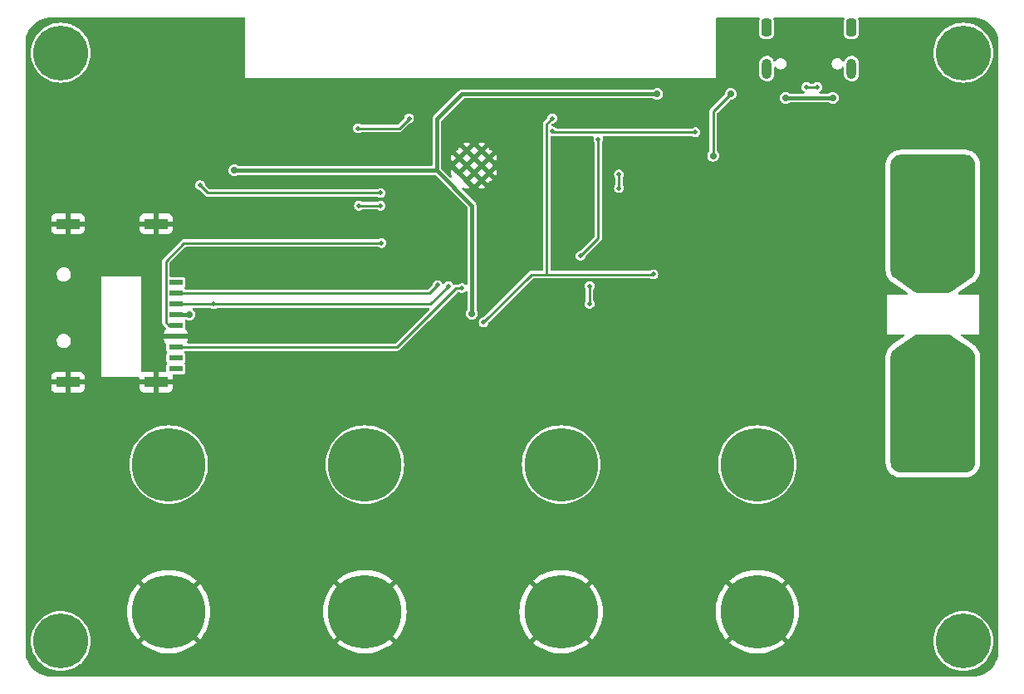
<source format=gbr>
%TF.GenerationSoftware,KiCad,Pcbnew,7.0.8*%
%TF.CreationDate,2023-11-19T15:37:24+01:00*%
%TF.ProjectId,Logger,4c6f6767-6572-42e6-9b69-6361645f7063,rev?*%
%TF.SameCoordinates,Original*%
%TF.FileFunction,Copper,L2,Bot*%
%TF.FilePolarity,Positive*%
%FSLAX46Y46*%
G04 Gerber Fmt 4.6, Leading zero omitted, Abs format (unit mm)*
G04 Created by KiCad (PCBNEW 7.0.8) date 2023-11-19 15:37:24*
%MOMM*%
%LPD*%
G01*
G04 APERTURE LIST*
G04 Aperture macros list*
%AMRoundRect*
0 Rectangle with rounded corners*
0 $1 Rounding radius*
0 $2 $3 $4 $5 $6 $7 $8 $9 X,Y pos of 4 corners*
0 Add a 4 corners polygon primitive as box body*
4,1,4,$2,$3,$4,$5,$6,$7,$8,$9,$2,$3,0*
0 Add four circle primitives for the rounded corners*
1,1,$1+$1,$2,$3*
1,1,$1+$1,$4,$5*
1,1,$1+$1,$6,$7*
1,1,$1+$1,$8,$9*
0 Add four rect primitives between the rounded corners*
20,1,$1+$1,$2,$3,$4,$5,0*
20,1,$1+$1,$4,$5,$6,$7,0*
20,1,$1+$1,$6,$7,$8,$9,0*
20,1,$1+$1,$8,$9,$2,$3,0*%
G04 Aperture macros list end*
%TA.AperFunction,ComponentPad*%
%ADD10C,5.600000*%
%TD*%
%TA.AperFunction,ComponentPad*%
%ADD11C,7.500000*%
%TD*%
%TA.AperFunction,ComponentPad*%
%ADD12O,1.000000X2.100000*%
%TD*%
%TA.AperFunction,ComponentPad*%
%ADD13RoundRect,0.250000X0.250000X0.650000X-0.250000X0.650000X-0.250000X-0.650000X0.250000X-0.650000X0*%
%TD*%
%TA.AperFunction,HeatsinkPad*%
%ADD14C,0.600000*%
%TD*%
%TA.AperFunction,ComponentPad*%
%ADD15R,0.850000X0.850000*%
%TD*%
%TA.AperFunction,SMDPad,CuDef*%
%ADD16R,1.400000X0.620000*%
%TD*%
%TA.AperFunction,SMDPad,CuDef*%
%ADD17R,2.400000X1.100000*%
%TD*%
%TA.AperFunction,ViaPad*%
%ADD18C,0.700000*%
%TD*%
%TA.AperFunction,ViaPad*%
%ADD19C,0.500000*%
%TD*%
%TA.AperFunction,Conductor*%
%ADD20C,0.400000*%
%TD*%
%TA.AperFunction,Conductor*%
%ADD21C,0.250000*%
%TD*%
%TA.AperFunction,Conductor*%
%ADD22C,0.228600*%
%TD*%
G04 APERTURE END LIST*
D10*
%TO.P,H1,1,1*%
%TO.N,unconnected-(H1-Pad1)*%
X56600000Y-70700000D03*
%TD*%
D11*
%TO.P,GND3,1,Pin_1*%
%TO.N,GND*%
X107600000Y-127700000D03*
%TD*%
%TO.P,GND1,1,Pin_1*%
%TO.N,GND*%
X67600000Y-127700000D03*
%TD*%
%TO.P,AIN2,1,Pin_1*%
%TO.N,Net-(AIN2-Pin_1)*%
X87600000Y-112700000D03*
%TD*%
D10*
%TO.P,H3,1,1*%
%TO.N,unconnected-(H3-Pad1)*%
X148600000Y-130700000D03*
%TD*%
D11*
%TO.P,AIN4,1,Pin_1*%
%TO.N,Net-(AIN4-Pin_1)*%
X127600000Y-112700000D03*
%TD*%
%TO.P,AIN3,1,Pin_1*%
%TO.N,Net-(AIN3-Pin_1)*%
X107600000Y-112700000D03*
%TD*%
D12*
%TO.P,J2,SH1,SHELL_GND*%
%TO.N,Net-(J2-SHELL_GND-PadSH1)*%
X137197500Y-72317500D03*
%TO.P,J2,SH2,SHELL_GND*%
X128557500Y-72317500D03*
D13*
%TO.P,J2,SH3,SHELL_GND*%
X137197500Y-68137500D03*
%TO.P,J2,SH4,SHELL_GND*%
X128557500Y-68137500D03*
%TD*%
D11*
%TO.P,I+1,1,Pin_1*%
%TO.N,/I+*%
X145500000Y-85300000D03*
%TD*%
D10*
%TO.P,H4,1,1*%
%TO.N,unconnected-(H4-Pad1)*%
X56600000Y-130700000D03*
%TD*%
D11*
%TO.P,I-1,1,Pin_1*%
%TO.N,/I-*%
X145500000Y-109300000D03*
%TD*%
D14*
%TO.P,U4,39,GND*%
%TO.N,GND*%
X97195000Y-81427500D03*
X97195000Y-82952500D03*
X97957500Y-80665000D03*
X97957500Y-82190000D03*
X97957500Y-83715000D03*
X98720000Y-81427500D03*
X98720000Y-82952500D03*
X99482500Y-80665000D03*
X99482500Y-82190000D03*
X99482500Y-83715000D03*
X100245000Y-81427500D03*
X100245000Y-82952500D03*
%TD*%
D11*
%TO.P,GND4,1,Pin_1*%
%TO.N,GND*%
X127600000Y-127700000D03*
%TD*%
%TO.P,AIN1,1,Pin_1*%
%TO.N,Net-(AIN1-Pin_1)*%
X67600000Y-112700000D03*
%TD*%
D15*
%TO.P,J3,1,Pin_1*%
%TO.N,/I+*%
X148700000Y-92800000D03*
%TD*%
%TO.P,J4,1,Pin_1*%
%TO.N,/I-*%
X148700000Y-101800000D03*
%TD*%
D10*
%TO.P,H2,1,1*%
%TO.N,unconnected-(H2-Pad1)*%
X148600000Y-70700000D03*
%TD*%
D11*
%TO.P,GND2,1,Pin_1*%
%TO.N,GND*%
X87600000Y-127700000D03*
%TD*%
D16*
%TO.P,J1,P1,DAT2*%
%TO.N,unconnected-(J1-DAT2-PadP1)*%
X68320000Y-94120000D03*
%TO.P,J1,P2,CD/DAT3*%
%TO.N,CS*%
X68320000Y-95220000D03*
%TO.P,J1,P3,CMD*%
%TO.N,MOSI*%
X68320000Y-96320000D03*
%TO.P,J1,P4,VDD*%
%TO.N,+3V3*%
X68320000Y-97420000D03*
%TO.P,J1,P5,CLK*%
%TO.N,SCK*%
X68320000Y-98520000D03*
%TO.P,J1,P6,VSS*%
%TO.N,GND*%
X68320000Y-99620000D03*
%TO.P,J1,P7,DAT0*%
%TO.N,MISO*%
X68320000Y-100720000D03*
%TO.P,J1,P8,DAT1*%
%TO.N,unconnected-(J1-DAT1-PadP8)*%
X68320000Y-101820000D03*
%TO.P,J1,P9,CD*%
%TO.N,unconnected-(J1-CD-PadP9)*%
X68320000Y-102920000D03*
D17*
%TO.P,J1,SH1,SHIELD*%
%TO.N,GND*%
X57320000Y-104300000D03*
%TO.P,J1,SH2,SHIELD__1*%
X66320000Y-104300000D03*
%TO.P,J1,SH3,SHIELD__2*%
X66320000Y-88150000D03*
%TO.P,J1,SH4,SHIELD__3*%
X57320000Y-88150000D03*
%TD*%
D18*
%TO.N,+3V3*%
X69700000Y-97400000D03*
%TO.N,GND*%
X108300000Y-99500000D03*
X76700000Y-75500000D03*
X98250000Y-104050000D03*
X86900000Y-99500000D03*
X96950000Y-104050000D03*
X96950000Y-107050000D03*
X76700000Y-74200000D03*
X75400000Y-75500000D03*
X109600000Y-99500000D03*
X125500000Y-84600000D03*
X98250000Y-108350000D03*
X109600000Y-98200000D03*
X126800000Y-73800000D03*
X140200000Y-73800000D03*
X108300000Y-98200000D03*
X96950000Y-108350000D03*
X98250000Y-105350000D03*
X98250000Y-107050000D03*
X138800000Y-73800000D03*
X125500000Y-73800000D03*
X86900000Y-98200000D03*
X75400000Y-74200000D03*
X85600000Y-98200000D03*
X96950000Y-105350000D03*
X85600000Y-99500000D03*
%TO.N,VDD*%
X98512500Y-97300000D03*
X74300000Y-82700000D03*
X117400000Y-74900000D03*
D19*
%TO.N,SDA*%
X110500000Y-96300000D03*
X110500000Y-94500000D03*
%TO.N,SCL*%
X99700000Y-98200000D03*
X106700000Y-77400000D03*
X117000000Y-93300000D03*
D18*
%TO.N,/VUSB*%
X124900000Y-74900000D03*
X135300000Y-75300000D03*
X130500000Y-75300000D03*
X123100000Y-81200000D03*
D19*
%TO.N,SCK*%
X89300000Y-90100000D03*
%TO.N,CS*%
X95000000Y-94400000D03*
%TO.N,TX0*%
X113500000Y-84500000D03*
X113500000Y-83100000D03*
%TO.N,MOSI*%
X96100000Y-94500000D03*
X72200000Y-96320000D03*
%TO.N,MISO*%
X97500000Y-94700000D03*
D18*
%TO.N,/I+*%
X147300000Y-92800000D03*
X146400000Y-92800000D03*
X143700000Y-92800000D03*
X144600000Y-92800000D03*
X145500000Y-92800000D03*
%TO.N,/I-*%
X146400000Y-101800000D03*
X145500000Y-101800000D03*
X143700000Y-101800000D03*
X147300000Y-101800000D03*
X144600000Y-101800000D03*
D19*
%TO.N,EN*%
X92100000Y-77400000D03*
X121300000Y-78800000D03*
X86900000Y-78400000D03*
X106700000Y-78700000D03*
%TO.N,ESP_IO0*%
X111400000Y-79524500D03*
X109600000Y-91400000D03*
%TO.N,BTTN*%
X89200000Y-86300000D03*
X87000000Y-86300000D03*
%TO.N,REC*%
X70800000Y-84200000D03*
X89200000Y-85000000D03*
%TO.N,DN*%
X132627500Y-74200000D03*
X133700000Y-74200000D03*
%TD*%
D20*
%TO.N,+3V3*%
X68340000Y-97400000D02*
X68320000Y-97420000D01*
X69700000Y-97400000D02*
X68340000Y-97400000D01*
%TO.N,VDD*%
X97500000Y-74900000D02*
X94934164Y-77465836D01*
X98512500Y-97300000D02*
X98512500Y-86278336D01*
X94934164Y-77465836D02*
X94934164Y-82700000D01*
X98512500Y-86278336D02*
X94934164Y-82700000D01*
X117400000Y-74900000D02*
X97500000Y-74900000D01*
X94934164Y-82700000D02*
X74300000Y-82700000D01*
D21*
%TO.N,SDA*%
X110500000Y-94500000D02*
X110500000Y-96300000D01*
%TO.N,SCL*%
X106000000Y-93324500D02*
X104575500Y-93324500D01*
X104575500Y-93324500D02*
X99700000Y-98200000D01*
X106125000Y-77975000D02*
X106125000Y-93324500D01*
X117000000Y-93300000D02*
X116975500Y-93324500D01*
X116975500Y-93324500D02*
X106000000Y-93324500D01*
X106125000Y-93324500D02*
X106000000Y-93324500D01*
X106700000Y-77400000D02*
X106125000Y-77975000D01*
D20*
%TO.N,/VUSB*%
X135300000Y-75300000D02*
X130500000Y-75300000D01*
D21*
X123100000Y-81200000D02*
X123100000Y-76700000D01*
X123100000Y-76700000D02*
X124900000Y-74900000D01*
%TO.N,SCK*%
X89300000Y-90100000D02*
X69150000Y-90100000D01*
X69150000Y-90100000D02*
X67295000Y-91955000D01*
X67295000Y-98195000D02*
X67620000Y-98520000D01*
X67620000Y-98520000D02*
X68320000Y-98520000D01*
X67295000Y-91955000D02*
X67295000Y-98195000D01*
%TO.N,CS*%
X94180000Y-95220000D02*
X95000000Y-94400000D01*
X68320000Y-95220000D02*
X94180000Y-95220000D01*
%TO.N,TX0*%
X113500000Y-84500000D02*
X113500000Y-83100000D01*
X113500000Y-83100000D02*
X113500000Y-83075500D01*
X113500000Y-84524500D02*
X113500000Y-84500000D01*
%TO.N,MOSI*%
X77200000Y-96320000D02*
X72200000Y-96320000D01*
X94280000Y-96320000D02*
X77200000Y-96320000D01*
X96100000Y-94500000D02*
X94280000Y-96320000D01*
X71000000Y-96320000D02*
X68320000Y-96320000D01*
X72200000Y-96320000D02*
X71000000Y-96320000D01*
%TO.N,MISO*%
X97500000Y-94700000D02*
X96900000Y-94700000D01*
X90880000Y-100720000D02*
X68320000Y-100720000D01*
X96900000Y-94700000D02*
X90880000Y-100720000D01*
%TO.N,EN*%
X86900000Y-78400000D02*
X91100000Y-78400000D01*
X106800000Y-78800000D02*
X121300000Y-78800000D01*
X91100000Y-78400000D02*
X92100000Y-77400000D01*
X106700000Y-78700000D02*
X106800000Y-78800000D01*
%TO.N,ESP_IO0*%
X111400000Y-89600000D02*
X109600000Y-91400000D01*
X111400000Y-79524500D02*
X111400000Y-89600000D01*
%TO.N,BTTN*%
X89200000Y-86300000D02*
X87000000Y-86300000D01*
%TO.N,REC*%
X70800000Y-84200000D02*
X71600000Y-85000000D01*
X71600000Y-85000000D02*
X89200000Y-85000000D01*
D22*
%TO.N,DN*%
X132627500Y-74200000D02*
X133700000Y-74200000D01*
%TD*%
%TA.AperFunction,Conductor*%
%TO.N,/I+*%
G36*
X148803032Y-81100299D02*
G01*
X148864067Y-81106310D01*
X148982941Y-81118018D01*
X149006769Y-81122757D01*
X149171001Y-81172576D01*
X149193453Y-81181877D01*
X149344798Y-81262772D01*
X149365010Y-81276277D01*
X149497666Y-81385145D01*
X149514854Y-81402333D01*
X149623722Y-81534989D01*
X149637227Y-81555201D01*
X149718121Y-81706543D01*
X149727424Y-81729001D01*
X149777240Y-81893224D01*
X149781982Y-81917065D01*
X149799701Y-82096967D01*
X149800000Y-82103048D01*
X149800000Y-92873049D01*
X149799711Y-92879028D01*
X149782580Y-93055952D01*
X149777994Y-93079409D01*
X149729813Y-93241117D01*
X149720813Y-93263258D01*
X149642499Y-93412726D01*
X149629417Y-93432729D01*
X149523886Y-93564391D01*
X149507210Y-93581514D01*
X149371498Y-93696303D01*
X149366747Y-93699943D01*
X147459406Y-95020410D01*
X147454087Y-95023708D01*
X147291439Y-95113542D01*
X147268461Y-95123358D01*
X147100088Y-95175954D01*
X147075608Y-95180963D01*
X146890742Y-95199684D01*
X146884491Y-95200000D01*
X144115509Y-95200000D01*
X144109258Y-95199684D01*
X143924391Y-95180963D01*
X143899911Y-95175954D01*
X143731538Y-95123358D01*
X143708560Y-95113542D01*
X143545912Y-95023708D01*
X143540593Y-95020410D01*
X141633252Y-93699943D01*
X141628501Y-93696303D01*
X141492789Y-93581514D01*
X141476113Y-93564391D01*
X141370582Y-93432729D01*
X141357500Y-93412726D01*
X141279186Y-93263258D01*
X141270186Y-93241117D01*
X141222005Y-93079409D01*
X141217419Y-93055951D01*
X141200289Y-92879027D01*
X141200000Y-92873049D01*
X141200000Y-82103048D01*
X141200299Y-82096967D01*
X141204706Y-82052213D01*
X141218018Y-81917056D01*
X141222757Y-81893232D01*
X141272577Y-81728994D01*
X141281875Y-81706549D01*
X141362775Y-81555195D01*
X141376272Y-81534995D01*
X141485149Y-81402328D01*
X141502328Y-81385149D01*
X141634995Y-81276272D01*
X141655195Y-81262775D01*
X141806549Y-81181875D01*
X141828994Y-81172577D01*
X141993232Y-81122757D01*
X142017056Y-81118018D01*
X142131501Y-81106746D01*
X142196969Y-81100299D01*
X142203049Y-81100000D01*
X148796951Y-81100000D01*
X148803032Y-81100299D01*
G37*
%TD.AperFunction*%
%TD*%
%TA.AperFunction,Conductor*%
%TO.N,GND*%
G36*
X75343039Y-67120185D02*
G01*
X75388794Y-67172989D01*
X75400000Y-67224500D01*
X75400000Y-73300000D01*
X123400000Y-73300000D01*
X123400000Y-72911209D01*
X127807000Y-72911209D01*
X127820563Y-73027249D01*
X127822259Y-73041756D01*
X127822260Y-73041759D01*
X127882262Y-73206615D01*
X127882264Y-73206619D01*
X127978667Y-73353193D01*
X127978668Y-73353194D01*
X128106278Y-73473589D01*
X128106280Y-73473590D01*
X128106282Y-73473592D01*
X128258219Y-73561312D01*
X128426290Y-73611630D01*
X128601435Y-73621831D01*
X128774211Y-73591365D01*
X128935304Y-73521877D01*
X129076030Y-73417110D01*
X129188802Y-73282714D01*
X129267540Y-73125933D01*
X129308000Y-72955221D01*
X129308000Y-72242611D01*
X129327685Y-72175572D01*
X129380489Y-72129817D01*
X129449647Y-72119873D01*
X129513203Y-72148898D01*
X129530372Y-72167121D01*
X129577049Y-72227951D01*
X129697267Y-72320198D01*
X129837264Y-72378187D01*
X129949780Y-72393000D01*
X129949787Y-72393000D01*
X130025213Y-72393000D01*
X130025220Y-72393000D01*
X130137736Y-72378187D01*
X130277733Y-72320198D01*
X130397951Y-72227951D01*
X130490198Y-72107733D01*
X130548187Y-71967736D01*
X130567966Y-71817500D01*
X135187034Y-71817500D01*
X135206812Y-71967734D01*
X135206813Y-71967736D01*
X135264802Y-72107733D01*
X135357049Y-72227951D01*
X135477267Y-72320198D01*
X135617264Y-72378187D01*
X135729780Y-72393000D01*
X135729787Y-72393000D01*
X135805213Y-72393000D01*
X135805220Y-72393000D01*
X135917736Y-72378187D01*
X136057733Y-72320198D01*
X136177951Y-72227951D01*
X136224625Y-72167123D01*
X136281052Y-72125922D01*
X136350798Y-72121767D01*
X136411718Y-72155979D01*
X136444471Y-72217696D01*
X136447000Y-72242611D01*
X136447000Y-72911209D01*
X136460563Y-73027249D01*
X136462259Y-73041756D01*
X136462260Y-73041759D01*
X136522262Y-73206615D01*
X136522264Y-73206619D01*
X136618667Y-73353193D01*
X136618668Y-73353194D01*
X136746278Y-73473589D01*
X136746280Y-73473590D01*
X136746282Y-73473592D01*
X136898219Y-73561312D01*
X137066290Y-73611630D01*
X137241435Y-73621831D01*
X137414211Y-73591365D01*
X137575304Y-73521877D01*
X137716030Y-73417110D01*
X137828802Y-73282714D01*
X137907540Y-73125933D01*
X137948000Y-72955221D01*
X137948000Y-71723791D01*
X137932741Y-71593245D01*
X137872737Y-71428383D01*
X137840833Y-71379875D01*
X137776332Y-71281806D01*
X137776331Y-71281805D01*
X137648721Y-71161410D01*
X137496781Y-71073688D01*
X137496782Y-71073688D01*
X137328710Y-71023370D01*
X137328705Y-71023369D01*
X137153566Y-71013169D01*
X137153565Y-71013169D01*
X137095720Y-71023369D01*
X136980793Y-71043634D01*
X136980791Y-71043634D01*
X136980789Y-71043635D01*
X136980787Y-71043636D01*
X136819698Y-71113122D01*
X136819690Y-71113126D01*
X136678969Y-71217890D01*
X136566198Y-71352285D01*
X136566197Y-71352287D01*
X136484711Y-71514538D01*
X136437033Y-71565613D01*
X136369311Y-71582802D01*
X136303046Y-71560649D01*
X136277003Y-71532288D01*
X136275145Y-71533715D01*
X136270198Y-71527269D01*
X136270198Y-71527267D01*
X136177951Y-71407049D01*
X136057733Y-71314802D01*
X136057729Y-71314800D01*
X135978074Y-71281806D01*
X135917736Y-71256813D01*
X135903671Y-71254961D01*
X135805227Y-71242000D01*
X135805220Y-71242000D01*
X135729780Y-71242000D01*
X135729772Y-71242000D01*
X135617264Y-71256813D01*
X135617263Y-71256813D01*
X135477270Y-71314800D01*
X135477267Y-71314801D01*
X135477267Y-71314802D01*
X135357049Y-71407049D01*
X135274570Y-71514538D01*
X135264800Y-71527270D01*
X135206813Y-71667263D01*
X135206812Y-71667265D01*
X135187034Y-71817499D01*
X135187034Y-71817500D01*
X130567966Y-71817500D01*
X130548187Y-71667264D01*
X130490198Y-71527267D01*
X130397951Y-71407049D01*
X130277733Y-71314802D01*
X130277729Y-71314800D01*
X130198074Y-71281806D01*
X130137736Y-71256813D01*
X130123671Y-71254961D01*
X130025227Y-71242000D01*
X130025220Y-71242000D01*
X129949780Y-71242000D01*
X129949772Y-71242000D01*
X129837264Y-71256813D01*
X129837263Y-71256813D01*
X129697270Y-71314800D01*
X129697267Y-71314801D01*
X129697267Y-71314802D01*
X129577049Y-71407049D01*
X129484802Y-71527267D01*
X129484801Y-71527269D01*
X129479855Y-71533715D01*
X129478656Y-71532795D01*
X129434647Y-71574744D01*
X129366037Y-71587954D01*
X129301177Y-71561975D01*
X129261324Y-71506927D01*
X129232738Y-71428386D01*
X129232737Y-71428384D01*
X129232737Y-71428383D01*
X129200833Y-71379875D01*
X129136332Y-71281806D01*
X129136331Y-71281805D01*
X129008721Y-71161410D01*
X128856781Y-71073688D01*
X128856782Y-71073688D01*
X128688710Y-71023370D01*
X128688705Y-71023369D01*
X128513566Y-71013169D01*
X128513565Y-71013169D01*
X128455720Y-71023369D01*
X128340793Y-71043634D01*
X128340791Y-71043634D01*
X128340789Y-71043635D01*
X128340787Y-71043636D01*
X128179698Y-71113122D01*
X128179690Y-71113126D01*
X128038969Y-71217890D01*
X127926198Y-71352285D01*
X127926197Y-71352287D01*
X127847461Y-71509062D01*
X127847460Y-71509067D01*
X127807000Y-71679779D01*
X127807000Y-72911209D01*
X123400000Y-72911209D01*
X123400000Y-70700000D01*
X145544693Y-70700000D01*
X145563903Y-71042081D01*
X145563905Y-71042093D01*
X145621295Y-71379866D01*
X145621297Y-71379875D01*
X145658517Y-71509067D01*
X145716147Y-71709104D01*
X145847264Y-72025648D01*
X145904836Y-72129817D01*
X146012998Y-72325521D01*
X146211269Y-72604959D01*
X146439570Y-72860426D01*
X146439573Y-72860429D01*
X146695040Y-73088730D01*
X146695046Y-73088734D01*
X146695047Y-73088735D01*
X146974479Y-73287002D01*
X147274352Y-73452736D01*
X147590896Y-73583853D01*
X147920130Y-73678704D01*
X148257914Y-73736096D01*
X148600000Y-73755307D01*
X148942086Y-73736096D01*
X149279870Y-73678704D01*
X149609104Y-73583853D01*
X149925648Y-73452736D01*
X150225521Y-73287002D01*
X150504953Y-73088735D01*
X150557523Y-73041756D01*
X150703613Y-72911201D01*
X150760428Y-72860428D01*
X150988735Y-72604953D01*
X151187002Y-72325521D01*
X151352736Y-72025648D01*
X151483853Y-71709104D01*
X151578704Y-71379870D01*
X151636096Y-71042086D01*
X151655307Y-70700000D01*
X151636096Y-70357914D01*
X151578704Y-70020130D01*
X151483853Y-69690896D01*
X151352736Y-69374352D01*
X151187002Y-69074479D01*
X150988735Y-68795047D01*
X150988734Y-68795046D01*
X150988730Y-68795040D01*
X150760429Y-68539573D01*
X150760426Y-68539570D01*
X150504959Y-68311269D01*
X150225521Y-68112998D01*
X149925646Y-67947263D01*
X149860087Y-67920108D01*
X149609104Y-67816147D01*
X149524479Y-67791766D01*
X149279875Y-67721297D01*
X149279866Y-67721295D01*
X148942093Y-67663905D01*
X148942081Y-67663903D01*
X148600000Y-67644693D01*
X148257918Y-67663903D01*
X148257906Y-67663905D01*
X147920133Y-67721295D01*
X147920124Y-67721297D01*
X147590899Y-67816146D01*
X147590896Y-67816147D01*
X147520242Y-67845413D01*
X147274353Y-67947263D01*
X146974478Y-68112998D01*
X146695040Y-68311269D01*
X146439573Y-68539570D01*
X146439570Y-68539573D01*
X146211269Y-68795040D01*
X146012998Y-69074478D01*
X145847263Y-69374353D01*
X145716146Y-69690899D01*
X145621297Y-70020124D01*
X145621295Y-70020133D01*
X145563905Y-70357906D01*
X145563903Y-70357918D01*
X145544693Y-70700000D01*
X123400000Y-70700000D01*
X123400000Y-67224500D01*
X123419685Y-67157461D01*
X123472489Y-67111706D01*
X123524000Y-67100500D01*
X127739069Y-67100500D01*
X127806108Y-67120185D01*
X127851863Y-67172989D01*
X127861807Y-67242147D01*
X127855251Y-67267833D01*
X127813408Y-67380017D01*
X127807001Y-67439616D01*
X127807001Y-67439623D01*
X127807000Y-67439635D01*
X127807000Y-68835370D01*
X127807001Y-68835376D01*
X127813408Y-68894983D01*
X127863702Y-69029828D01*
X127863706Y-69029835D01*
X127949952Y-69145044D01*
X127949955Y-69145047D01*
X128065164Y-69231293D01*
X128065171Y-69231297D01*
X128110118Y-69248061D01*
X128200017Y-69281591D01*
X128259627Y-69288000D01*
X128855372Y-69287999D01*
X128914983Y-69281591D01*
X129049831Y-69231296D01*
X129165046Y-69145046D01*
X129251296Y-69029831D01*
X129301591Y-68894983D01*
X129308000Y-68835373D01*
X129307999Y-67439628D01*
X129301591Y-67380017D01*
X129293353Y-67357931D01*
X129259749Y-67267833D01*
X129254765Y-67198142D01*
X129288250Y-67136819D01*
X129349573Y-67103334D01*
X129375931Y-67100500D01*
X136379069Y-67100500D01*
X136446108Y-67120185D01*
X136491863Y-67172989D01*
X136501807Y-67242147D01*
X136495251Y-67267833D01*
X136453408Y-67380017D01*
X136447001Y-67439616D01*
X136447001Y-67439623D01*
X136447000Y-67439635D01*
X136447000Y-68835370D01*
X136447001Y-68835376D01*
X136453408Y-68894983D01*
X136503702Y-69029828D01*
X136503706Y-69029835D01*
X136589952Y-69145044D01*
X136589955Y-69145047D01*
X136705164Y-69231293D01*
X136705171Y-69231297D01*
X136750118Y-69248061D01*
X136840017Y-69281591D01*
X136899627Y-69288000D01*
X137495372Y-69287999D01*
X137554983Y-69281591D01*
X137689831Y-69231296D01*
X137805046Y-69145046D01*
X137891296Y-69029831D01*
X137941591Y-68894983D01*
X137948000Y-68835373D01*
X137947999Y-67439628D01*
X137941591Y-67380017D01*
X137933353Y-67357931D01*
X137899749Y-67267833D01*
X137894765Y-67198142D01*
X137928250Y-67136819D01*
X137989573Y-67103334D01*
X138015931Y-67100500D01*
X149542417Y-67100500D01*
X149598258Y-67100500D01*
X149601735Y-67100598D01*
X149744189Y-67108597D01*
X149887582Y-67116650D01*
X149894475Y-67117426D01*
X150175010Y-67165091D01*
X150181785Y-67166638D01*
X150455219Y-67245412D01*
X150461773Y-67247706D01*
X150724672Y-67356601D01*
X150730920Y-67359611D01*
X150875700Y-67439628D01*
X150979966Y-67497254D01*
X150985858Y-67500956D01*
X151217919Y-67665612D01*
X151223359Y-67669950D01*
X151435525Y-67859554D01*
X151440445Y-67864474D01*
X151630049Y-68076640D01*
X151634387Y-68082080D01*
X151799043Y-68314141D01*
X151802745Y-68320033D01*
X151940384Y-68569070D01*
X151943403Y-68575339D01*
X152052291Y-68838220D01*
X152054589Y-68844787D01*
X152133360Y-69118209D01*
X152134908Y-69124992D01*
X152182571Y-69405512D01*
X152183350Y-69412426D01*
X152199402Y-69698264D01*
X152199500Y-69701741D01*
X152199500Y-131698258D01*
X152199402Y-131701735D01*
X152183350Y-131987573D01*
X152182571Y-131994487D01*
X152134908Y-132275007D01*
X152133360Y-132281790D01*
X152054589Y-132555212D01*
X152052291Y-132561779D01*
X151943403Y-132824660D01*
X151940384Y-132830929D01*
X151802745Y-133079966D01*
X151799043Y-133085858D01*
X151634387Y-133317919D01*
X151630049Y-133323359D01*
X151440445Y-133535525D01*
X151435525Y-133540445D01*
X151223359Y-133730049D01*
X151217919Y-133734387D01*
X150985858Y-133899043D01*
X150979966Y-133902745D01*
X150730929Y-134040384D01*
X150724660Y-134043403D01*
X150461779Y-134152291D01*
X150455212Y-134154589D01*
X150181790Y-134233360D01*
X150175007Y-134234908D01*
X149894487Y-134282571D01*
X149887573Y-134283350D01*
X149601735Y-134299402D01*
X149598258Y-134299500D01*
X55601742Y-134299500D01*
X55598265Y-134299402D01*
X55312427Y-134283350D01*
X55305512Y-134282571D01*
X55024992Y-134234908D01*
X55018209Y-134233360D01*
X54744787Y-134154589D01*
X54738220Y-134152291D01*
X54606779Y-134097847D01*
X54475335Y-134043401D01*
X54469070Y-134040384D01*
X54220033Y-133902745D01*
X54214141Y-133899043D01*
X53982080Y-133734387D01*
X53976640Y-133730049D01*
X53764474Y-133540445D01*
X53759554Y-133535525D01*
X53569950Y-133323359D01*
X53565612Y-133317919D01*
X53400956Y-133085858D01*
X53397254Y-133079966D01*
X53309011Y-132920303D01*
X53259611Y-132830920D01*
X53256601Y-132824672D01*
X53147706Y-132561773D01*
X53145410Y-132555212D01*
X53066639Y-132281790D01*
X53065091Y-132275007D01*
X53022723Y-132025648D01*
X53017426Y-131994475D01*
X53016650Y-131987582D01*
X53001669Y-131720810D01*
X53000598Y-131701735D01*
X53000500Y-131698258D01*
X53000500Y-130700000D01*
X53544693Y-130700000D01*
X53563903Y-131042081D01*
X53563905Y-131042093D01*
X53621295Y-131379866D01*
X53621297Y-131379875D01*
X53676164Y-131570320D01*
X53716147Y-131709104D01*
X53815930Y-131950000D01*
X53847263Y-132025646D01*
X54012998Y-132325521D01*
X54211269Y-132604959D01*
X54439570Y-132860426D01*
X54439573Y-132860429D01*
X54695040Y-133088730D01*
X54695046Y-133088734D01*
X54695047Y-133088735D01*
X54974479Y-133287002D01*
X55274352Y-133452736D01*
X55590896Y-133583853D01*
X55920130Y-133678704D01*
X56257914Y-133736096D01*
X56600000Y-133755307D01*
X56942086Y-133736096D01*
X57279870Y-133678704D01*
X57609104Y-133583853D01*
X57925648Y-133452736D01*
X58225521Y-133287002D01*
X58504953Y-133088735D01*
X58508173Y-133085858D01*
X58585414Y-133016829D01*
X58760428Y-132860428D01*
X58988735Y-132604953D01*
X59187002Y-132325521D01*
X59352736Y-132025648D01*
X59483853Y-131709104D01*
X59578704Y-131379870D01*
X59636096Y-131042086D01*
X59655307Y-130700000D01*
X59636096Y-130357914D01*
X59578704Y-130020130D01*
X59483853Y-129690896D01*
X59352736Y-129374352D01*
X59187002Y-129074479D01*
X58988735Y-128795047D01*
X58988734Y-128795046D01*
X58988730Y-128795040D01*
X58760429Y-128539573D01*
X58760426Y-128539570D01*
X58504959Y-128311269D01*
X58225521Y-128112998D01*
X57925646Y-127947263D01*
X57860087Y-127920108D01*
X57609104Y-127816147D01*
X57524479Y-127791766D01*
X57279875Y-127721297D01*
X57279866Y-127721295D01*
X57154533Y-127700000D01*
X63345181Y-127700000D01*
X63364447Y-128104450D01*
X63422071Y-128505231D01*
X63517531Y-128898722D01*
X63517534Y-128898733D01*
X63649956Y-129281340D01*
X63649966Y-129281365D01*
X63818168Y-129649675D01*
X64020621Y-130000335D01*
X64020627Y-130000343D01*
X64255476Y-130330143D01*
X64255487Y-130330156D01*
X64422986Y-130523458D01*
X65913103Y-129033341D01*
X66025031Y-129170918D01*
X66239990Y-129371676D01*
X66264544Y-129389008D01*
X64774929Y-130878623D01*
X64774929Y-130878624D01*
X64813673Y-130915567D01*
X64813685Y-130915578D01*
X65131968Y-131165877D01*
X65472594Y-131384782D01*
X65832485Y-131570319D01*
X66208383Y-131720806D01*
X66208395Y-131720810D01*
X66596882Y-131834880D01*
X66596899Y-131834884D01*
X66994460Y-131911508D01*
X66994472Y-131911510D01*
X67397554Y-131950000D01*
X67802446Y-131950000D01*
X68205527Y-131911510D01*
X68205539Y-131911508D01*
X68603100Y-131834884D01*
X68603117Y-131834880D01*
X68991604Y-131720810D01*
X68991616Y-131720806D01*
X69367507Y-131570322D01*
X69367511Y-131570320D01*
X69727406Y-131384782D01*
X70068031Y-131165877D01*
X70386304Y-130915585D01*
X70386323Y-130915568D01*
X70425070Y-130878623D01*
X68935455Y-129389008D01*
X68960010Y-129371676D01*
X69174969Y-129170918D01*
X69286895Y-129033342D01*
X70777012Y-130523459D01*
X70777013Y-130523458D01*
X70944503Y-130330168D01*
X70944523Y-130330143D01*
X71179372Y-130000343D01*
X71179378Y-130000335D01*
X71381831Y-129649675D01*
X71550033Y-129281365D01*
X71550043Y-129281340D01*
X71682465Y-128898733D01*
X71682468Y-128898722D01*
X71777928Y-128505231D01*
X71835552Y-128104450D01*
X71854818Y-127700000D01*
X83345181Y-127700000D01*
X83364447Y-128104450D01*
X83422071Y-128505231D01*
X83517531Y-128898722D01*
X83517534Y-128898733D01*
X83649956Y-129281340D01*
X83649966Y-129281365D01*
X83818168Y-129649675D01*
X84020621Y-130000335D01*
X84020627Y-130000343D01*
X84255476Y-130330143D01*
X84255487Y-130330156D01*
X84422986Y-130523458D01*
X85913103Y-129033341D01*
X86025031Y-129170918D01*
X86239990Y-129371676D01*
X86264544Y-129389008D01*
X84774929Y-130878623D01*
X84774929Y-130878624D01*
X84813673Y-130915567D01*
X84813685Y-130915578D01*
X85131968Y-131165877D01*
X85472594Y-131384782D01*
X85832485Y-131570319D01*
X86208383Y-131720806D01*
X86208395Y-131720810D01*
X86596882Y-131834880D01*
X86596899Y-131834884D01*
X86994460Y-131911508D01*
X86994472Y-131911510D01*
X87397554Y-131950000D01*
X87802446Y-131950000D01*
X88205527Y-131911510D01*
X88205539Y-131911508D01*
X88603100Y-131834884D01*
X88603117Y-131834880D01*
X88991604Y-131720810D01*
X88991616Y-131720806D01*
X89367507Y-131570322D01*
X89367511Y-131570320D01*
X89727406Y-131384782D01*
X90068031Y-131165877D01*
X90386304Y-130915585D01*
X90386323Y-130915568D01*
X90425070Y-130878623D01*
X88935455Y-129389008D01*
X88960010Y-129371676D01*
X89174969Y-129170918D01*
X89286895Y-129033342D01*
X90777012Y-130523459D01*
X90777013Y-130523458D01*
X90944503Y-130330168D01*
X90944523Y-130330143D01*
X91179372Y-130000343D01*
X91179378Y-130000335D01*
X91381831Y-129649675D01*
X91550033Y-129281365D01*
X91550043Y-129281340D01*
X91682465Y-128898733D01*
X91682468Y-128898722D01*
X91777928Y-128505231D01*
X91835552Y-128104450D01*
X91854818Y-127700000D01*
X103345181Y-127700000D01*
X103364447Y-128104450D01*
X103422071Y-128505231D01*
X103517531Y-128898722D01*
X103517534Y-128898733D01*
X103649956Y-129281340D01*
X103649966Y-129281365D01*
X103818168Y-129649675D01*
X104020621Y-130000335D01*
X104020627Y-130000343D01*
X104255476Y-130330143D01*
X104255487Y-130330156D01*
X104422986Y-130523458D01*
X105913103Y-129033341D01*
X106025031Y-129170918D01*
X106239990Y-129371676D01*
X106264544Y-129389008D01*
X104774929Y-130878623D01*
X104774929Y-130878624D01*
X104813673Y-130915567D01*
X104813685Y-130915578D01*
X105131968Y-131165877D01*
X105472594Y-131384782D01*
X105832485Y-131570319D01*
X106208383Y-131720806D01*
X106208395Y-131720810D01*
X106596882Y-131834880D01*
X106596899Y-131834884D01*
X106994460Y-131911508D01*
X106994472Y-131911510D01*
X107397554Y-131950000D01*
X107802446Y-131950000D01*
X108205527Y-131911510D01*
X108205539Y-131911508D01*
X108603100Y-131834884D01*
X108603117Y-131834880D01*
X108991604Y-131720810D01*
X108991616Y-131720806D01*
X109367507Y-131570322D01*
X109367511Y-131570320D01*
X109727406Y-131384782D01*
X110068031Y-131165877D01*
X110386304Y-130915585D01*
X110386323Y-130915568D01*
X110425070Y-130878623D01*
X108935455Y-129389008D01*
X108960010Y-129371676D01*
X109174969Y-129170918D01*
X109286895Y-129033342D01*
X110777012Y-130523459D01*
X110777013Y-130523458D01*
X110944503Y-130330168D01*
X110944523Y-130330143D01*
X111179372Y-130000343D01*
X111179378Y-130000335D01*
X111381831Y-129649675D01*
X111550033Y-129281365D01*
X111550043Y-129281340D01*
X111682465Y-128898733D01*
X111682468Y-128898722D01*
X111777928Y-128505231D01*
X111835552Y-128104450D01*
X111854818Y-127700000D01*
X123345181Y-127700000D01*
X123364447Y-128104450D01*
X123422071Y-128505231D01*
X123517531Y-128898722D01*
X123517534Y-128898733D01*
X123649956Y-129281340D01*
X123649966Y-129281365D01*
X123818168Y-129649675D01*
X124020621Y-130000335D01*
X124020627Y-130000343D01*
X124255476Y-130330143D01*
X124255487Y-130330156D01*
X124422986Y-130523458D01*
X125913103Y-129033341D01*
X126025031Y-129170918D01*
X126239990Y-129371676D01*
X126264544Y-129389008D01*
X124774929Y-130878623D01*
X124774929Y-130878624D01*
X124813673Y-130915567D01*
X124813685Y-130915578D01*
X125131968Y-131165877D01*
X125472594Y-131384782D01*
X125832485Y-131570319D01*
X126208383Y-131720806D01*
X126208395Y-131720810D01*
X126596882Y-131834880D01*
X126596899Y-131834884D01*
X126994460Y-131911508D01*
X126994472Y-131911510D01*
X127397554Y-131950000D01*
X127802446Y-131950000D01*
X128205527Y-131911510D01*
X128205539Y-131911508D01*
X128603100Y-131834884D01*
X128603117Y-131834880D01*
X128991604Y-131720810D01*
X128991616Y-131720806D01*
X129367507Y-131570322D01*
X129367511Y-131570320D01*
X129727406Y-131384782D01*
X130068031Y-131165877D01*
X130386304Y-130915585D01*
X130386323Y-130915568D01*
X130425070Y-130878623D01*
X130246447Y-130700000D01*
X145544693Y-130700000D01*
X145563903Y-131042081D01*
X145563905Y-131042093D01*
X145621295Y-131379866D01*
X145621297Y-131379875D01*
X145676164Y-131570320D01*
X145716147Y-131709104D01*
X145815930Y-131950000D01*
X145847263Y-132025646D01*
X146012998Y-132325521D01*
X146211269Y-132604959D01*
X146439570Y-132860426D01*
X146439573Y-132860429D01*
X146695040Y-133088730D01*
X146695046Y-133088734D01*
X146695047Y-133088735D01*
X146974479Y-133287002D01*
X147274352Y-133452736D01*
X147590896Y-133583853D01*
X147920130Y-133678704D01*
X148257914Y-133736096D01*
X148600000Y-133755307D01*
X148942086Y-133736096D01*
X149279870Y-133678704D01*
X149609104Y-133583853D01*
X149925648Y-133452736D01*
X150225521Y-133287002D01*
X150504953Y-133088735D01*
X150508173Y-133085858D01*
X150585414Y-133016829D01*
X150760428Y-132860428D01*
X150988735Y-132604953D01*
X151187002Y-132325521D01*
X151352736Y-132025648D01*
X151483853Y-131709104D01*
X151578704Y-131379870D01*
X151636096Y-131042086D01*
X151655307Y-130700000D01*
X151636096Y-130357914D01*
X151578704Y-130020130D01*
X151483853Y-129690896D01*
X151352736Y-129374352D01*
X151187002Y-129074479D01*
X150988735Y-128795047D01*
X150988734Y-128795046D01*
X150988730Y-128795040D01*
X150760429Y-128539573D01*
X150760426Y-128539570D01*
X150504959Y-128311269D01*
X150225521Y-128112998D01*
X149925646Y-127947263D01*
X149860087Y-127920108D01*
X149609104Y-127816147D01*
X149524479Y-127791766D01*
X149279875Y-127721297D01*
X149279866Y-127721295D01*
X148942093Y-127663905D01*
X148942081Y-127663903D01*
X148600000Y-127644693D01*
X148257918Y-127663903D01*
X148257906Y-127663905D01*
X147920133Y-127721295D01*
X147920124Y-127721297D01*
X147590899Y-127816146D01*
X147590896Y-127816147D01*
X147516256Y-127847064D01*
X147274353Y-127947263D01*
X146974478Y-128112998D01*
X146695040Y-128311269D01*
X146439573Y-128539570D01*
X146439570Y-128539573D01*
X146211269Y-128795040D01*
X146012998Y-129074478D01*
X145847263Y-129374353D01*
X145716146Y-129690899D01*
X145621297Y-130020124D01*
X145621295Y-130020133D01*
X145563905Y-130357906D01*
X145563903Y-130357918D01*
X145544693Y-130700000D01*
X130246447Y-130700000D01*
X128935455Y-129389008D01*
X128960010Y-129371676D01*
X129174969Y-129170918D01*
X129286895Y-129033342D01*
X130777012Y-130523459D01*
X130777013Y-130523458D01*
X130944503Y-130330168D01*
X130944523Y-130330143D01*
X131179372Y-130000343D01*
X131179378Y-130000335D01*
X131381831Y-129649675D01*
X131550033Y-129281365D01*
X131550043Y-129281340D01*
X131682465Y-128898733D01*
X131682468Y-128898722D01*
X131777928Y-128505231D01*
X131835552Y-128104450D01*
X131854818Y-127700000D01*
X131835552Y-127295549D01*
X131777928Y-126894768D01*
X131682468Y-126501277D01*
X131682465Y-126501266D01*
X131550043Y-126118659D01*
X131550033Y-126118634D01*
X131381831Y-125750324D01*
X131179378Y-125399664D01*
X131179372Y-125399656D01*
X130944523Y-125069856D01*
X130944512Y-125069843D01*
X130777012Y-124876540D01*
X129286895Y-126366657D01*
X129174969Y-126229082D01*
X128960010Y-126028324D01*
X128935453Y-126010990D01*
X130425069Y-124521375D01*
X130425069Y-124521374D01*
X130386326Y-124484432D01*
X130386314Y-124484421D01*
X130068031Y-124234122D01*
X129727406Y-124015217D01*
X129367511Y-123829679D01*
X129367507Y-123829677D01*
X128991616Y-123679193D01*
X128991604Y-123679189D01*
X128603117Y-123565119D01*
X128603100Y-123565115D01*
X128205539Y-123488491D01*
X128205527Y-123488489D01*
X127802446Y-123450000D01*
X127397554Y-123450000D01*
X126994472Y-123488489D01*
X126994460Y-123488491D01*
X126596899Y-123565115D01*
X126596882Y-123565119D01*
X126208395Y-123679189D01*
X126208383Y-123679193D01*
X125832485Y-123829680D01*
X125472594Y-124015217D01*
X125131974Y-124234119D01*
X124813681Y-124484426D01*
X124774929Y-124521375D01*
X126264545Y-126010991D01*
X126239990Y-126028324D01*
X126025031Y-126229082D01*
X125913104Y-126366658D01*
X124422985Y-124876539D01*
X124255485Y-125069845D01*
X124020627Y-125399656D01*
X124020621Y-125399664D01*
X123818168Y-125750324D01*
X123649966Y-126118634D01*
X123649956Y-126118659D01*
X123517534Y-126501266D01*
X123517531Y-126501277D01*
X123422071Y-126894768D01*
X123364447Y-127295549D01*
X123345181Y-127700000D01*
X111854818Y-127700000D01*
X111835552Y-127295549D01*
X111777928Y-126894768D01*
X111682468Y-126501277D01*
X111682465Y-126501266D01*
X111550043Y-126118659D01*
X111550033Y-126118634D01*
X111381831Y-125750324D01*
X111179378Y-125399664D01*
X111179372Y-125399656D01*
X110944523Y-125069856D01*
X110944512Y-125069843D01*
X110777012Y-124876540D01*
X109286895Y-126366657D01*
X109174969Y-126229082D01*
X108960010Y-126028324D01*
X108935453Y-126010990D01*
X110425069Y-124521375D01*
X110425069Y-124521374D01*
X110386326Y-124484432D01*
X110386314Y-124484421D01*
X110068031Y-124234122D01*
X109727406Y-124015217D01*
X109367511Y-123829679D01*
X109367507Y-123829677D01*
X108991616Y-123679193D01*
X108991604Y-123679189D01*
X108603117Y-123565119D01*
X108603100Y-123565115D01*
X108205539Y-123488491D01*
X108205527Y-123488489D01*
X107802446Y-123450000D01*
X107397554Y-123450000D01*
X106994472Y-123488489D01*
X106994460Y-123488491D01*
X106596899Y-123565115D01*
X106596882Y-123565119D01*
X106208395Y-123679189D01*
X106208383Y-123679193D01*
X105832485Y-123829680D01*
X105472594Y-124015217D01*
X105131974Y-124234119D01*
X104813681Y-124484426D01*
X104774929Y-124521375D01*
X106264545Y-126010991D01*
X106239990Y-126028324D01*
X106025031Y-126229082D01*
X105913104Y-126366658D01*
X104422985Y-124876539D01*
X104255485Y-125069845D01*
X104020627Y-125399656D01*
X104020621Y-125399664D01*
X103818168Y-125750324D01*
X103649966Y-126118634D01*
X103649956Y-126118659D01*
X103517534Y-126501266D01*
X103517531Y-126501277D01*
X103422071Y-126894768D01*
X103364447Y-127295549D01*
X103345181Y-127700000D01*
X91854818Y-127700000D01*
X91835552Y-127295549D01*
X91777928Y-126894768D01*
X91682468Y-126501277D01*
X91682465Y-126501266D01*
X91550043Y-126118659D01*
X91550033Y-126118634D01*
X91381831Y-125750324D01*
X91179378Y-125399664D01*
X91179372Y-125399656D01*
X90944523Y-125069856D01*
X90944512Y-125069843D01*
X90777012Y-124876540D01*
X89286895Y-126366657D01*
X89174969Y-126229082D01*
X88960010Y-126028324D01*
X88935453Y-126010990D01*
X90425069Y-124521375D01*
X90425069Y-124521374D01*
X90386326Y-124484432D01*
X90386314Y-124484421D01*
X90068031Y-124234122D01*
X89727406Y-124015217D01*
X89367511Y-123829679D01*
X89367507Y-123829677D01*
X88991616Y-123679193D01*
X88991604Y-123679189D01*
X88603117Y-123565119D01*
X88603100Y-123565115D01*
X88205539Y-123488491D01*
X88205527Y-123488489D01*
X87802446Y-123450000D01*
X87397554Y-123450000D01*
X86994472Y-123488489D01*
X86994460Y-123488491D01*
X86596899Y-123565115D01*
X86596882Y-123565119D01*
X86208395Y-123679189D01*
X86208383Y-123679193D01*
X85832485Y-123829680D01*
X85472594Y-124015217D01*
X85131974Y-124234119D01*
X84813681Y-124484426D01*
X84774929Y-124521375D01*
X86264545Y-126010991D01*
X86239990Y-126028324D01*
X86025031Y-126229082D01*
X85913104Y-126366658D01*
X84422985Y-124876539D01*
X84255485Y-125069845D01*
X84020627Y-125399656D01*
X84020621Y-125399664D01*
X83818168Y-125750324D01*
X83649966Y-126118634D01*
X83649956Y-126118659D01*
X83517534Y-126501266D01*
X83517531Y-126501277D01*
X83422071Y-126894768D01*
X83364447Y-127295549D01*
X83345181Y-127700000D01*
X71854818Y-127700000D01*
X71835552Y-127295549D01*
X71777928Y-126894768D01*
X71682468Y-126501277D01*
X71682465Y-126501266D01*
X71550043Y-126118659D01*
X71550033Y-126118634D01*
X71381831Y-125750324D01*
X71179378Y-125399664D01*
X71179372Y-125399656D01*
X70944523Y-125069856D01*
X70944512Y-125069843D01*
X70777012Y-124876540D01*
X69286894Y-126366657D01*
X69174969Y-126229082D01*
X68960010Y-126028324D01*
X68935453Y-126010990D01*
X70425069Y-124521375D01*
X70425069Y-124521374D01*
X70386326Y-124484432D01*
X70386314Y-124484421D01*
X70068031Y-124234122D01*
X69727406Y-124015217D01*
X69367511Y-123829679D01*
X69367507Y-123829677D01*
X68991616Y-123679193D01*
X68991604Y-123679189D01*
X68603117Y-123565119D01*
X68603100Y-123565115D01*
X68205539Y-123488491D01*
X68205527Y-123488489D01*
X67802446Y-123450000D01*
X67397554Y-123450000D01*
X66994472Y-123488489D01*
X66994460Y-123488491D01*
X66596899Y-123565115D01*
X66596882Y-123565119D01*
X66208395Y-123679189D01*
X66208383Y-123679193D01*
X65832485Y-123829680D01*
X65472594Y-124015217D01*
X65131974Y-124234119D01*
X64813681Y-124484426D01*
X64774929Y-124521375D01*
X66264545Y-126010991D01*
X66239990Y-126028324D01*
X66025031Y-126229082D01*
X65913104Y-126366658D01*
X64422985Y-124876539D01*
X64255485Y-125069845D01*
X64020627Y-125399656D01*
X64020621Y-125399664D01*
X63818168Y-125750324D01*
X63649966Y-126118634D01*
X63649956Y-126118659D01*
X63517534Y-126501266D01*
X63517531Y-126501277D01*
X63422071Y-126894768D01*
X63364447Y-127295549D01*
X63345181Y-127700000D01*
X57154533Y-127700000D01*
X56942093Y-127663905D01*
X56942081Y-127663903D01*
X56600000Y-127644693D01*
X56257918Y-127663903D01*
X56257906Y-127663905D01*
X55920133Y-127721295D01*
X55920124Y-127721297D01*
X55590899Y-127816146D01*
X55590896Y-127816147D01*
X55516256Y-127847064D01*
X55274353Y-127947263D01*
X54974478Y-128112998D01*
X54695040Y-128311269D01*
X54439573Y-128539570D01*
X54439570Y-128539573D01*
X54211269Y-128795040D01*
X54012998Y-129074478D01*
X53847263Y-129374353D01*
X53716146Y-129690899D01*
X53621297Y-130020124D01*
X53621295Y-130020133D01*
X53563905Y-130357906D01*
X53563903Y-130357918D01*
X53544693Y-130700000D01*
X53000500Y-130700000D01*
X53000500Y-112700000D01*
X63594675Y-112700000D01*
X63613962Y-113092591D01*
X63613962Y-113092597D01*
X63613963Y-113092599D01*
X63671637Y-113481406D01*
X63767143Y-113862684D01*
X63899561Y-114232770D01*
X63899562Y-114232772D01*
X64067620Y-114588100D01*
X64269692Y-114925236D01*
X64503846Y-115240956D01*
X64767807Y-115532192D01*
X65059043Y-115796153D01*
X65059049Y-115796158D01*
X65374761Y-116030306D01*
X65374763Y-116030307D01*
X65711899Y-116232379D01*
X65711902Y-116232380D01*
X65711903Y-116232381D01*
X66067228Y-116400438D01*
X66437316Y-116532857D01*
X66818600Y-116628364D01*
X67207409Y-116686038D01*
X67600000Y-116705325D01*
X67992591Y-116686038D01*
X68381400Y-116628364D01*
X68762684Y-116532857D01*
X69132772Y-116400438D01*
X69488097Y-116232381D01*
X69825239Y-116030306D01*
X70140951Y-115796158D01*
X70432192Y-115532192D01*
X70696158Y-115240951D01*
X70930306Y-114925239D01*
X71132381Y-114588097D01*
X71300438Y-114232772D01*
X71432857Y-113862684D01*
X71528364Y-113481400D01*
X71586038Y-113092591D01*
X71605325Y-112700000D01*
X83594675Y-112700000D01*
X83613962Y-113092591D01*
X83613962Y-113092597D01*
X83613963Y-113092599D01*
X83671637Y-113481406D01*
X83767143Y-113862684D01*
X83899561Y-114232770D01*
X83899562Y-114232772D01*
X84067620Y-114588100D01*
X84269692Y-114925236D01*
X84503846Y-115240956D01*
X84767807Y-115532192D01*
X85059043Y-115796153D01*
X85059049Y-115796158D01*
X85374761Y-116030306D01*
X85374763Y-116030307D01*
X85711899Y-116232379D01*
X85711902Y-116232380D01*
X85711903Y-116232381D01*
X86067228Y-116400438D01*
X86437316Y-116532857D01*
X86818600Y-116628364D01*
X87207409Y-116686038D01*
X87600000Y-116705325D01*
X87992591Y-116686038D01*
X88381400Y-116628364D01*
X88762684Y-116532857D01*
X89132772Y-116400438D01*
X89488097Y-116232381D01*
X89825239Y-116030306D01*
X90140951Y-115796158D01*
X90432192Y-115532192D01*
X90696158Y-115240951D01*
X90930306Y-114925239D01*
X91132381Y-114588097D01*
X91300438Y-114232772D01*
X91432857Y-113862684D01*
X91528364Y-113481400D01*
X91586038Y-113092591D01*
X91605325Y-112700000D01*
X103594675Y-112700000D01*
X103613962Y-113092591D01*
X103613962Y-113092597D01*
X103613963Y-113092599D01*
X103671637Y-113481406D01*
X103767143Y-113862684D01*
X103899561Y-114232770D01*
X103899562Y-114232772D01*
X104067620Y-114588100D01*
X104269692Y-114925236D01*
X104503846Y-115240956D01*
X104767807Y-115532192D01*
X105059043Y-115796153D01*
X105059049Y-115796158D01*
X105374761Y-116030306D01*
X105374763Y-116030307D01*
X105711899Y-116232379D01*
X105711902Y-116232380D01*
X105711903Y-116232381D01*
X106067228Y-116400438D01*
X106437316Y-116532857D01*
X106818600Y-116628364D01*
X107207409Y-116686038D01*
X107600000Y-116705325D01*
X107992591Y-116686038D01*
X108381400Y-116628364D01*
X108762684Y-116532857D01*
X109132772Y-116400438D01*
X109488097Y-116232381D01*
X109825239Y-116030306D01*
X110140951Y-115796158D01*
X110432192Y-115532192D01*
X110696158Y-115240951D01*
X110930306Y-114925239D01*
X111132381Y-114588097D01*
X111300438Y-114232772D01*
X111432857Y-113862684D01*
X111528364Y-113481400D01*
X111586038Y-113092591D01*
X111605325Y-112700000D01*
X123594675Y-112700000D01*
X123613962Y-113092591D01*
X123613962Y-113092597D01*
X123613963Y-113092599D01*
X123671637Y-113481406D01*
X123767143Y-113862684D01*
X123899561Y-114232770D01*
X123899562Y-114232772D01*
X124067620Y-114588100D01*
X124269692Y-114925236D01*
X124503846Y-115240956D01*
X124767807Y-115532192D01*
X125059043Y-115796153D01*
X125059049Y-115796158D01*
X125374761Y-116030306D01*
X125374763Y-116030307D01*
X125711899Y-116232379D01*
X125711902Y-116232380D01*
X125711903Y-116232381D01*
X126067228Y-116400438D01*
X126437316Y-116532857D01*
X126818600Y-116628364D01*
X127207409Y-116686038D01*
X127600000Y-116705325D01*
X127992591Y-116686038D01*
X128381400Y-116628364D01*
X128762684Y-116532857D01*
X129132772Y-116400438D01*
X129488097Y-116232381D01*
X129825239Y-116030306D01*
X130140951Y-115796158D01*
X130432192Y-115532192D01*
X130696158Y-115240951D01*
X130930306Y-114925239D01*
X131132381Y-114588097D01*
X131300438Y-114232772D01*
X131432857Y-113862684D01*
X131528364Y-113481400D01*
X131586038Y-113092591D01*
X131605325Y-112700000D01*
X131595655Y-112503159D01*
X140694500Y-112503159D01*
X140694805Y-112515575D01*
X140695713Y-112534049D01*
X140696625Y-112546409D01*
X140716168Y-112744838D01*
X140719809Y-112769387D01*
X140729391Y-112817559D01*
X140735422Y-112841636D01*
X140735422Y-112841637D01*
X140792447Y-113029621D01*
X140792447Y-113029620D01*
X140800807Y-113052986D01*
X140819610Y-113098378D01*
X140830215Y-113120799D01*
X140830215Y-113120800D01*
X140922810Y-113294033D01*
X140922811Y-113294034D01*
X140935565Y-113315314D01*
X140935564Y-113315313D01*
X140949072Y-113335528D01*
X140962862Y-113356166D01*
X140977647Y-113376103D01*
X141102257Y-113527939D01*
X141102256Y-113527938D01*
X141118940Y-113546347D01*
X141118941Y-113546347D01*
X141153652Y-113581058D01*
X141153652Y-113581059D01*
X141153662Y-113581068D01*
X141153665Y-113581071D01*
X141172055Y-113597738D01*
X141323896Y-113722352D01*
X141343833Y-113737137D01*
X141364470Y-113750926D01*
X141384686Y-113764435D01*
X141384685Y-113764434D01*
X141405965Y-113777188D01*
X141405966Y-113777189D01*
X141579199Y-113869784D01*
X141601628Y-113880392D01*
X141601629Y-113880392D01*
X141646998Y-113899186D01*
X141670390Y-113907557D01*
X141670389Y-113907557D01*
X141762424Y-113935474D01*
X141858362Y-113964576D01*
X141858368Y-113964577D01*
X141858369Y-113964578D01*
X141882441Y-113970608D01*
X141882440Y-113970608D01*
X141914938Y-113977071D01*
X141930622Y-113980191D01*
X141930629Y-113980192D01*
X141930634Y-113980193D01*
X141930633Y-113980193D01*
X141941250Y-113981767D01*
X141955169Y-113983832D01*
X142153589Y-114003374D01*
X142165950Y-114004287D01*
X142184424Y-114005195D01*
X142190632Y-114005347D01*
X142196840Y-114005500D01*
X142196841Y-114005500D01*
X148803159Y-114005500D01*
X148803160Y-114005500D01*
X148809367Y-114005347D01*
X148815576Y-114005195D01*
X148834050Y-114004287D01*
X148842290Y-114003678D01*
X148846412Y-114003374D01*
X149044830Y-113983832D01*
X149058748Y-113981767D01*
X149069366Y-113980193D01*
X149069365Y-113980193D01*
X149069369Y-113980192D01*
X149069377Y-113980191D01*
X149085060Y-113977071D01*
X149117559Y-113970608D01*
X149117558Y-113970608D01*
X149141630Y-113964578D01*
X149141630Y-113964577D01*
X149141637Y-113964576D01*
X149237574Y-113935474D01*
X149329610Y-113907557D01*
X149329609Y-113907557D01*
X149353001Y-113899186D01*
X149398370Y-113880392D01*
X149398371Y-113880392D01*
X149420800Y-113869784D01*
X149594033Y-113777189D01*
X149594034Y-113777188D01*
X149615314Y-113764434D01*
X149615313Y-113764435D01*
X149635528Y-113750926D01*
X149656166Y-113737137D01*
X149676103Y-113722352D01*
X149827944Y-113597738D01*
X149846334Y-113581071D01*
X149846336Y-113581068D01*
X149846347Y-113581059D01*
X149846347Y-113581058D01*
X149881058Y-113546347D01*
X149881059Y-113546347D01*
X149897743Y-113527938D01*
X149897742Y-113527939D01*
X150022352Y-113376103D01*
X150037137Y-113356166D01*
X150050926Y-113335528D01*
X150064435Y-113315313D01*
X150064434Y-113315314D01*
X150077188Y-113294034D01*
X150077189Y-113294033D01*
X150169784Y-113120800D01*
X150180392Y-113098371D01*
X150180392Y-113098370D01*
X150199186Y-113053001D01*
X150207557Y-113029609D01*
X150207557Y-113029610D01*
X150235474Y-112937574D01*
X150264576Y-112841637D01*
X150270607Y-112817560D01*
X150270608Y-112817558D01*
X150270608Y-112817559D01*
X150280189Y-112769387D01*
X150280191Y-112769377D01*
X150283832Y-112744830D01*
X150303374Y-112546412D01*
X150304287Y-112534048D01*
X150305195Y-112515575D01*
X150305500Y-112503160D01*
X150305500Y-101720846D01*
X150305205Y-101708642D01*
X150304327Y-101690478D01*
X150303445Y-101678320D01*
X150284551Y-101483182D01*
X150281029Y-101459031D01*
X150271761Y-101411626D01*
X150271759Y-101411615D01*
X150271759Y-101411614D01*
X150265936Y-101387954D01*
X150265935Y-101387953D01*
X150265931Y-101387938D01*
X150265931Y-101387937D01*
X150210783Y-101202848D01*
X150210783Y-101202847D01*
X150202699Y-101179833D01*
X150184510Y-101135086D01*
X150179373Y-101124013D01*
X150174238Y-101112944D01*
X150084596Y-100941857D01*
X150072237Y-100920807D01*
X150045799Y-100880382D01*
X150031479Y-100860635D01*
X149970795Y-100784925D01*
X149910700Y-100709948D01*
X149894533Y-100691661D01*
X149860831Y-100657055D01*
X149842989Y-100640422D01*
X149842975Y-100640409D01*
X149842974Y-100640409D01*
X149693287Y-100513800D01*
X149683777Y-100506142D01*
X149669343Y-100495083D01*
X149665336Y-100492163D01*
X149659492Y-100487905D01*
X148796593Y-99890514D01*
X148414446Y-99625951D01*
X148370532Y-99571608D01*
X148362970Y-99502149D01*
X148394160Y-99439627D01*
X148454200Y-99403893D01*
X148485029Y-99400000D01*
X150200000Y-99400000D01*
X150200000Y-95400000D01*
X148196139Y-95400000D01*
X148129100Y-95380315D01*
X148083345Y-95327511D01*
X148073401Y-95258353D01*
X148102426Y-95194797D01*
X148125557Y-95174048D01*
X148145917Y-95159953D01*
X149142016Y-94470346D01*
X149659492Y-94112094D01*
X149669340Y-94104918D01*
X149683776Y-94093858D01*
X149685628Y-94092366D01*
X149693287Y-94086199D01*
X149842974Y-93959590D01*
X149842975Y-93959590D01*
X149850318Y-93952744D01*
X149860833Y-93942942D01*
X149894534Y-93908337D01*
X149910692Y-93890060D01*
X149910691Y-93890060D01*
X149910700Y-93890051D01*
X149982477Y-93800500D01*
X150031479Y-93739364D01*
X150045799Y-93719617D01*
X150072237Y-93679192D01*
X150084596Y-93658142D01*
X150174238Y-93487055D01*
X150179696Y-93475287D01*
X150184509Y-93464915D01*
X150202698Y-93420168D01*
X150210783Y-93397152D01*
X150210783Y-93397150D01*
X150227075Y-93342471D01*
X150265931Y-93212062D01*
X150265935Y-93212046D01*
X150265936Y-93212045D01*
X150271759Y-93188385D01*
X150271759Y-93188384D01*
X150281028Y-93140971D01*
X150281029Y-93140968D01*
X150284551Y-93116817D01*
X150299432Y-92963126D01*
X150303445Y-92921681D01*
X150304327Y-92909521D01*
X150305205Y-92891357D01*
X150305500Y-92879154D01*
X150305500Y-82096840D01*
X150305195Y-82084423D01*
X150304287Y-82065949D01*
X150303374Y-82053588D01*
X150283833Y-81855180D01*
X150283833Y-81855179D01*
X150283831Y-81855168D01*
X150280191Y-81830622D01*
X150272232Y-81790607D01*
X150270608Y-81782440D01*
X150270608Y-81782441D01*
X150264578Y-81758369D01*
X150264577Y-81758368D01*
X150264576Y-81758362D01*
X150235474Y-81662424D01*
X150207557Y-81570389D01*
X150207557Y-81570390D01*
X150199186Y-81546998D01*
X150180392Y-81501629D01*
X150180392Y-81501628D01*
X150169784Y-81479199D01*
X150077189Y-81305966D01*
X150077188Y-81305965D01*
X150064434Y-81284685D01*
X150064435Y-81284686D01*
X150050926Y-81264470D01*
X150037137Y-81243833D01*
X150022352Y-81223896D01*
X149897738Y-81072055D01*
X149881071Y-81053665D01*
X149881066Y-81053660D01*
X149881059Y-81053652D01*
X149881058Y-81053652D01*
X149846347Y-81018941D01*
X149846347Y-81018940D01*
X149827942Y-81002260D01*
X149676103Y-80877647D01*
X149656166Y-80862862D01*
X149615318Y-80835568D01*
X149602508Y-80827890D01*
X149594040Y-80822814D01*
X149594041Y-80822814D01*
X149420806Y-80730219D01*
X149420807Y-80730219D01*
X149406896Y-80723639D01*
X149398378Y-80719611D01*
X149398371Y-80719608D01*
X149398369Y-80719607D01*
X149398367Y-80719606D01*
X149353003Y-80700813D01*
X149329614Y-80692444D01*
X149141637Y-80635422D01*
X149141636Y-80635422D01*
X149141629Y-80635420D01*
X149135702Y-80633935D01*
X149117559Y-80629391D01*
X149069387Y-80619809D01*
X149044836Y-80616168D01*
X149044838Y-80616168D01*
X148886094Y-80600533D01*
X148846410Y-80596625D01*
X148840229Y-80596169D01*
X148834049Y-80595713D01*
X148815575Y-80594805D01*
X148803160Y-80594500D01*
X142196839Y-80594500D01*
X142184421Y-80594805D01*
X142165970Y-80595713D01*
X142165950Y-80595714D01*
X142153591Y-80596626D01*
X142090681Y-80602821D01*
X141955168Y-80616167D01*
X141955167Y-80616167D01*
X141930619Y-80619808D01*
X141930615Y-80619808D01*
X141930608Y-80619810D01*
X141882442Y-80629391D01*
X141869999Y-80632508D01*
X141858379Y-80635418D01*
X141858381Y-80635418D01*
X141858376Y-80635419D01*
X141858370Y-80635421D01*
X141760863Y-80664999D01*
X141670377Y-80692447D01*
X141670378Y-80692447D01*
X141647000Y-80700812D01*
X141646988Y-80700816D01*
X141646985Y-80700818D01*
X141646984Y-80700818D01*
X141622796Y-80710838D01*
X141601625Y-80719608D01*
X141601623Y-80719609D01*
X141601622Y-80719609D01*
X141579196Y-80730217D01*
X141405961Y-80822813D01*
X141384675Y-80835571D01*
X141343838Y-80862857D01*
X141323902Y-80877642D01*
X141323903Y-80877641D01*
X141172056Y-81002260D01*
X141172050Y-81002265D01*
X141153660Y-81018932D01*
X141153647Y-81018944D01*
X141153647Y-81018945D01*
X141118945Y-81053647D01*
X141118944Y-81053647D01*
X141118934Y-81053657D01*
X141118932Y-81053660D01*
X141109207Y-81064391D01*
X141102260Y-81072056D01*
X141102261Y-81072055D01*
X140977641Y-81223903D01*
X140977642Y-81223902D01*
X140962857Y-81243838D01*
X140935571Y-81284675D01*
X140922813Y-81305961D01*
X140830220Y-81479193D01*
X140830218Y-81479196D01*
X140830217Y-81479196D01*
X140830216Y-81479199D01*
X140819608Y-81501625D01*
X140819105Y-81502839D01*
X140800818Y-81546984D01*
X140800818Y-81546985D01*
X140800812Y-81547000D01*
X140792447Y-81570378D01*
X140792447Y-81570377D01*
X140774882Y-81628282D01*
X140735421Y-81758370D01*
X140735418Y-81758381D01*
X140735418Y-81758379D01*
X140732844Y-81768656D01*
X140729391Y-81782442D01*
X140719810Y-81830608D01*
X140719808Y-81830620D01*
X140719808Y-81830619D01*
X140716167Y-81855167D01*
X140716167Y-81855168D01*
X140696625Y-82053590D01*
X140695713Y-82065950D01*
X140694805Y-82084424D01*
X140694500Y-82096840D01*
X140694500Y-92879155D01*
X140694795Y-92891360D01*
X140695673Y-92909523D01*
X140696555Y-92921679D01*
X140715448Y-93116815D01*
X140715448Y-93116814D01*
X140716989Y-93127388D01*
X140718969Y-93140963D01*
X140728236Y-93188367D01*
X140734066Y-93212054D01*
X140734068Y-93212061D01*
X140772924Y-93342471D01*
X140789216Y-93397150D01*
X140789216Y-93397152D01*
X140797301Y-93420168D01*
X140815490Y-93464915D01*
X140820302Y-93475287D01*
X140825761Y-93487055D01*
X140915403Y-93658142D01*
X140927762Y-93679192D01*
X140954200Y-93719617D01*
X140968520Y-93739364D01*
X141017522Y-93800500D01*
X141089299Y-93890051D01*
X141089307Y-93890060D01*
X141105465Y-93908337D01*
X141139166Y-93942942D01*
X141149681Y-93952744D01*
X141157024Y-93959590D01*
X141157025Y-93959590D01*
X141306712Y-94086199D01*
X141314371Y-94092366D01*
X141316223Y-94093858D01*
X141330659Y-94104918D01*
X141340507Y-94112094D01*
X141857983Y-94470346D01*
X142854082Y-95159953D01*
X142874442Y-95174048D01*
X142918357Y-95228392D01*
X142925919Y-95297851D01*
X142894729Y-95360373D01*
X142834689Y-95396107D01*
X142803860Y-95400000D01*
X140800000Y-95400000D01*
X140800000Y-99400000D01*
X142514969Y-99400000D01*
X142582008Y-99419685D01*
X142627763Y-99472489D01*
X142637707Y-99541647D01*
X142608682Y-99605203D01*
X142585551Y-99625952D01*
X141340499Y-100487910D01*
X141335153Y-100491806D01*
X141330645Y-100495091D01*
X141316232Y-100506134D01*
X141306724Y-100513790D01*
X141157010Y-100640422D01*
X141139149Y-100657072D01*
X141105456Y-100691672D01*
X141089304Y-100709943D01*
X140968520Y-100860635D01*
X140954200Y-100880382D01*
X140927762Y-100920807D01*
X140915403Y-100941857D01*
X140825761Y-101112944D01*
X140820626Y-101124013D01*
X140815489Y-101135086D01*
X140797300Y-101179833D01*
X140789216Y-101202847D01*
X140789216Y-101202848D01*
X140734068Y-101387938D01*
X140734066Y-101387946D01*
X140734066Y-101387945D01*
X140728237Y-101411629D01*
X140718969Y-101459036D01*
X140718967Y-101459050D01*
X140718967Y-101459051D01*
X140715449Y-101483182D01*
X140715448Y-101483185D01*
X140715448Y-101483184D01*
X140696555Y-101678320D01*
X140695673Y-101690476D01*
X140694795Y-101708639D01*
X140694500Y-101720844D01*
X140694500Y-112503159D01*
X131595655Y-112503159D01*
X131586038Y-112307409D01*
X131528364Y-111918600D01*
X131432857Y-111537316D01*
X131300438Y-111167228D01*
X131132381Y-110811903D01*
X130930306Y-110474761D01*
X130696158Y-110159049D01*
X130696153Y-110159043D01*
X130432192Y-109867807D01*
X130140956Y-109603846D01*
X129825236Y-109369692D01*
X129488100Y-109167620D01*
X129132772Y-108999562D01*
X129132770Y-108999561D01*
X128762684Y-108867143D01*
X128381406Y-108771637D01*
X128381401Y-108771636D01*
X128381400Y-108771636D01*
X128237256Y-108750254D01*
X127992599Y-108713963D01*
X127992597Y-108713962D01*
X127992591Y-108713962D01*
X127600000Y-108694675D01*
X127207409Y-108713962D01*
X127207403Y-108713962D01*
X127207400Y-108713963D01*
X126818593Y-108771637D01*
X126437315Y-108867143D01*
X126067229Y-108999561D01*
X126067227Y-108999562D01*
X125711899Y-109167620D01*
X125374763Y-109369692D01*
X125059043Y-109603846D01*
X124767807Y-109867807D01*
X124503846Y-110159043D01*
X124269692Y-110474763D01*
X124067620Y-110811899D01*
X123899562Y-111167227D01*
X123899561Y-111167229D01*
X123767143Y-111537315D01*
X123671637Y-111918593D01*
X123671636Y-111918600D01*
X123613962Y-112307409D01*
X123594675Y-112700000D01*
X111605325Y-112700000D01*
X111586038Y-112307409D01*
X111528364Y-111918600D01*
X111432857Y-111537316D01*
X111300438Y-111167228D01*
X111132381Y-110811903D01*
X110930306Y-110474761D01*
X110696158Y-110159049D01*
X110696153Y-110159043D01*
X110432192Y-109867807D01*
X110140956Y-109603846D01*
X109825236Y-109369692D01*
X109488100Y-109167620D01*
X109132772Y-108999562D01*
X109132770Y-108999561D01*
X108762684Y-108867143D01*
X108381406Y-108771637D01*
X108381401Y-108771636D01*
X108381400Y-108771636D01*
X108237256Y-108750254D01*
X107992599Y-108713963D01*
X107992597Y-108713962D01*
X107992591Y-108713962D01*
X107600000Y-108694675D01*
X107207409Y-108713962D01*
X107207403Y-108713962D01*
X107207400Y-108713963D01*
X106818593Y-108771637D01*
X106437315Y-108867143D01*
X106067229Y-108999561D01*
X106067227Y-108999562D01*
X105711899Y-109167620D01*
X105374763Y-109369692D01*
X105059043Y-109603846D01*
X104767807Y-109867807D01*
X104503846Y-110159043D01*
X104269692Y-110474763D01*
X104067620Y-110811899D01*
X103899562Y-111167227D01*
X103899561Y-111167229D01*
X103767143Y-111537315D01*
X103671637Y-111918593D01*
X103671636Y-111918600D01*
X103613962Y-112307409D01*
X103594675Y-112700000D01*
X91605325Y-112700000D01*
X91586038Y-112307409D01*
X91528364Y-111918600D01*
X91432857Y-111537316D01*
X91300438Y-111167228D01*
X91132381Y-110811903D01*
X90930306Y-110474761D01*
X90696158Y-110159049D01*
X90696153Y-110159043D01*
X90432192Y-109867807D01*
X90140956Y-109603846D01*
X89825236Y-109369692D01*
X89488100Y-109167620D01*
X89132772Y-108999562D01*
X89132770Y-108999561D01*
X88762684Y-108867143D01*
X88381406Y-108771637D01*
X88381401Y-108771636D01*
X88381400Y-108771636D01*
X88237256Y-108750254D01*
X87992599Y-108713963D01*
X87992597Y-108713962D01*
X87992591Y-108713962D01*
X87600000Y-108694675D01*
X87207409Y-108713962D01*
X87207403Y-108713962D01*
X87207400Y-108713963D01*
X86818593Y-108771637D01*
X86437315Y-108867143D01*
X86067229Y-108999561D01*
X86067227Y-108999562D01*
X85711899Y-109167620D01*
X85374763Y-109369692D01*
X85059043Y-109603846D01*
X84767807Y-109867807D01*
X84503846Y-110159043D01*
X84269692Y-110474763D01*
X84067620Y-110811899D01*
X83899562Y-111167227D01*
X83899561Y-111167229D01*
X83767143Y-111537315D01*
X83671637Y-111918593D01*
X83671636Y-111918600D01*
X83613962Y-112307409D01*
X83594675Y-112700000D01*
X71605325Y-112700000D01*
X71586038Y-112307409D01*
X71528364Y-111918600D01*
X71432857Y-111537316D01*
X71300438Y-111167228D01*
X71132381Y-110811903D01*
X70930306Y-110474761D01*
X70696158Y-110159049D01*
X70696153Y-110159043D01*
X70432192Y-109867807D01*
X70140956Y-109603846D01*
X69825236Y-109369692D01*
X69488100Y-109167620D01*
X69132772Y-108999562D01*
X69132770Y-108999561D01*
X68762684Y-108867143D01*
X68381406Y-108771637D01*
X68381401Y-108771636D01*
X68381400Y-108771636D01*
X68237256Y-108750254D01*
X67992599Y-108713963D01*
X67992597Y-108713962D01*
X67992591Y-108713962D01*
X67600000Y-108694675D01*
X67207409Y-108713962D01*
X67207403Y-108713962D01*
X67207400Y-108713963D01*
X66818593Y-108771637D01*
X66437315Y-108867143D01*
X66067229Y-108999561D01*
X66067227Y-108999562D01*
X65711899Y-109167620D01*
X65374763Y-109369692D01*
X65059043Y-109603846D01*
X64767807Y-109867807D01*
X64503846Y-110159043D01*
X64269692Y-110474763D01*
X64067620Y-110811899D01*
X63899562Y-111167227D01*
X63899561Y-111167229D01*
X63767143Y-111537315D01*
X63671637Y-111918593D01*
X63671636Y-111918600D01*
X63613962Y-112307409D01*
X63594675Y-112700000D01*
X53000500Y-112700000D01*
X53000500Y-104550000D01*
X55620000Y-104550000D01*
X55620000Y-104897844D01*
X55626401Y-104957372D01*
X55626403Y-104957379D01*
X55676645Y-105092086D01*
X55676649Y-105092093D01*
X55762809Y-105207187D01*
X55762812Y-105207190D01*
X55877906Y-105293350D01*
X55877913Y-105293354D01*
X56012620Y-105343596D01*
X56012627Y-105343598D01*
X56072155Y-105349999D01*
X56072172Y-105350000D01*
X57070000Y-105350000D01*
X57070000Y-104550000D01*
X57570000Y-104550000D01*
X57570000Y-105350000D01*
X58567828Y-105350000D01*
X58567844Y-105349999D01*
X58627372Y-105343598D01*
X58627379Y-105343596D01*
X58762086Y-105293354D01*
X58762093Y-105293350D01*
X58877187Y-105207190D01*
X58877190Y-105207187D01*
X58963350Y-105092093D01*
X58963354Y-105092086D01*
X59013596Y-104957379D01*
X59013598Y-104957372D01*
X59019999Y-104897844D01*
X59020000Y-104897827D01*
X59020000Y-104550000D01*
X64620000Y-104550000D01*
X64620000Y-104897844D01*
X64626401Y-104957372D01*
X64626403Y-104957379D01*
X64676645Y-105092086D01*
X64676649Y-105092093D01*
X64762809Y-105207187D01*
X64762812Y-105207190D01*
X64877906Y-105293350D01*
X64877913Y-105293354D01*
X65012620Y-105343596D01*
X65012627Y-105343598D01*
X65072155Y-105349999D01*
X65072172Y-105350000D01*
X66070000Y-105350000D01*
X66070000Y-104550000D01*
X66570000Y-104550000D01*
X66570000Y-105350000D01*
X67567828Y-105350000D01*
X67567844Y-105349999D01*
X67627372Y-105343598D01*
X67627379Y-105343596D01*
X67762086Y-105293354D01*
X67762093Y-105293350D01*
X67877187Y-105207190D01*
X67877190Y-105207187D01*
X67963350Y-105092093D01*
X67963354Y-105092086D01*
X68013596Y-104957379D01*
X68013598Y-104957372D01*
X68019999Y-104897844D01*
X68020000Y-104897827D01*
X68020000Y-104550000D01*
X66570000Y-104550000D01*
X66070000Y-104550000D01*
X64620000Y-104550000D01*
X59020000Y-104550000D01*
X57570000Y-104550000D01*
X57070000Y-104550000D01*
X55620000Y-104550000D01*
X53000500Y-104550000D01*
X53000500Y-104050000D01*
X55620000Y-104050000D01*
X57070000Y-104050000D01*
X57070000Y-103250000D01*
X57570000Y-103250000D01*
X57570000Y-104050000D01*
X59020000Y-104050000D01*
X59020000Y-103702172D01*
X59019999Y-103702155D01*
X59013598Y-103642627D01*
X59013596Y-103642620D01*
X58963354Y-103507913D01*
X58963350Y-103507906D01*
X58877190Y-103392812D01*
X58877187Y-103392809D01*
X58762093Y-103306649D01*
X58762086Y-103306645D01*
X58627379Y-103256403D01*
X58627372Y-103256401D01*
X58567844Y-103250000D01*
X57570000Y-103250000D01*
X57070000Y-103250000D01*
X56072155Y-103250000D01*
X56012627Y-103256401D01*
X56012620Y-103256403D01*
X55877913Y-103306645D01*
X55877906Y-103306649D01*
X55762812Y-103392809D01*
X55762809Y-103392812D01*
X55676649Y-103507906D01*
X55676645Y-103507913D01*
X55626403Y-103642620D01*
X55626401Y-103642627D01*
X55620000Y-103702155D01*
X55620000Y-104050000D01*
X53000500Y-104050000D01*
X53000500Y-100142469D01*
X56170796Y-100142469D01*
X56170797Y-100142471D01*
X56200245Y-100309485D01*
X56200246Y-100309488D01*
X56200247Y-100309492D01*
X56267421Y-100465219D01*
X56368698Y-100601258D01*
X56498617Y-100710273D01*
X56650175Y-100786388D01*
X56815201Y-100825500D01*
X56815203Y-100825500D01*
X56942249Y-100825500D01*
X56942256Y-100825500D01*
X57068451Y-100810750D01*
X57227820Y-100752744D01*
X57369517Y-100659549D01*
X57485902Y-100536188D01*
X57570701Y-100389312D01*
X57619342Y-100226839D01*
X57629203Y-100057529D01*
X57599753Y-99890508D01*
X57532579Y-99734781D01*
X57431302Y-99598742D01*
X57301383Y-99489727D01*
X57267059Y-99472489D01*
X57149828Y-99413613D01*
X57149826Y-99413612D01*
X57149825Y-99413612D01*
X56984799Y-99374500D01*
X56857744Y-99374500D01*
X56747323Y-99387406D01*
X56731548Y-99389250D01*
X56572181Y-99447255D01*
X56533815Y-99472489D01*
X56430483Y-99540451D01*
X56430482Y-99540451D01*
X56430482Y-99540452D01*
X56314098Y-99663810D01*
X56229300Y-99810685D01*
X56180658Y-99973159D01*
X56180657Y-99973165D01*
X56170796Y-100142469D01*
X53000500Y-100142469D01*
X53000500Y-93342469D01*
X56170796Y-93342469D01*
X56170797Y-93342471D01*
X56200245Y-93509485D01*
X56200246Y-93509488D01*
X56200247Y-93509492D01*
X56267421Y-93665219D01*
X56368698Y-93801258D01*
X56498617Y-93910273D01*
X56650175Y-93986388D01*
X56815201Y-94025500D01*
X56815203Y-94025500D01*
X56942249Y-94025500D01*
X56942256Y-94025500D01*
X57068451Y-94010750D01*
X57227820Y-93952744D01*
X57369517Y-93859549D01*
X57485902Y-93736188D01*
X57570701Y-93589312D01*
X57582470Y-93550000D01*
X60770000Y-93550000D01*
X60770000Y-103750000D01*
X64496000Y-103750000D01*
X64563039Y-103769685D01*
X64608794Y-103822489D01*
X64620000Y-103874000D01*
X64620000Y-104050000D01*
X66070000Y-104050000D01*
X66570000Y-104050000D01*
X68020000Y-104050000D01*
X68020000Y-103702172D01*
X68019999Y-103702155D01*
X68013598Y-103642627D01*
X68011813Y-103635070D01*
X68014581Y-103634415D01*
X68010556Y-103578144D01*
X68044041Y-103516820D01*
X68105363Y-103483334D01*
X68131723Y-103480500D01*
X69044676Y-103480500D01*
X69044677Y-103480499D01*
X69117740Y-103465966D01*
X69200601Y-103410601D01*
X69255966Y-103327740D01*
X69270500Y-103254674D01*
X69270500Y-102585326D01*
X69270500Y-102585323D01*
X69270499Y-102585321D01*
X69255967Y-102512264D01*
X69255966Y-102512262D01*
X69255966Y-102512260D01*
X69206940Y-102438887D01*
X69186064Y-102372214D01*
X69204548Y-102304833D01*
X69206910Y-102301158D01*
X69255966Y-102227740D01*
X69270500Y-102154674D01*
X69270500Y-101485326D01*
X69270500Y-101485323D01*
X69270499Y-101485321D01*
X69255967Y-101412264D01*
X69255966Y-101412262D01*
X69255966Y-101412260D01*
X69206940Y-101338887D01*
X69186064Y-101272214D01*
X69204548Y-101204833D01*
X69206919Y-101201144D01*
X69226675Y-101171577D01*
X69240687Y-101150608D01*
X69294300Y-101105804D01*
X69343788Y-101095500D01*
X90828196Y-101095500D01*
X90853641Y-101098139D01*
X90857440Y-101098935D01*
X90864268Y-101100367D01*
X90885225Y-101097754D01*
X90899492Y-101095977D01*
X90907168Y-101095500D01*
X90911112Y-101095500D01*
X90911114Y-101095500D01*
X90911116Y-101095499D01*
X90911122Y-101095499D01*
X90926487Y-101092934D01*
X90934140Y-101091657D01*
X90988626Y-101084866D01*
X90988627Y-101084865D01*
X90988629Y-101084865D01*
X90996141Y-101082628D01*
X91003606Y-101080066D01*
X91003606Y-101080065D01*
X91003610Y-101080065D01*
X91051877Y-101053944D01*
X91101211Y-101029826D01*
X91101214Y-101029823D01*
X91107594Y-101025268D01*
X91113819Y-101020422D01*
X91113826Y-101020419D01*
X91151008Y-100980028D01*
X93931036Y-98200000D01*
X99194353Y-98200000D01*
X99214834Y-98342456D01*
X99254279Y-98428826D01*
X99274623Y-98473373D01*
X99368872Y-98582143D01*
X99489947Y-98659953D01*
X99489950Y-98659954D01*
X99489949Y-98659954D01*
X99628036Y-98700499D01*
X99628038Y-98700500D01*
X99628039Y-98700500D01*
X99771962Y-98700500D01*
X99771962Y-98700499D01*
X99910053Y-98659953D01*
X100031128Y-98582143D01*
X100125377Y-98473373D01*
X100185165Y-98342457D01*
X100195509Y-98270502D01*
X100224533Y-98206949D01*
X100230552Y-98200483D01*
X102131036Y-96300000D01*
X109994353Y-96300000D01*
X110014834Y-96442456D01*
X110074622Y-96573371D01*
X110074623Y-96573373D01*
X110168872Y-96682143D01*
X110289947Y-96759953D01*
X110289950Y-96759954D01*
X110289949Y-96759954D01*
X110428036Y-96800499D01*
X110428038Y-96800500D01*
X110428039Y-96800500D01*
X110571962Y-96800500D01*
X110571962Y-96800499D01*
X110710053Y-96759953D01*
X110831128Y-96682143D01*
X110925377Y-96573373D01*
X110985165Y-96442457D01*
X111005647Y-96300000D01*
X110985165Y-96157543D01*
X110925377Y-96026627D01*
X110905785Y-96004016D01*
X110876762Y-95940460D01*
X110875500Y-95922815D01*
X110875500Y-94877183D01*
X110895185Y-94810144D01*
X110905783Y-94795985D01*
X110925377Y-94773373D01*
X110985165Y-94642457D01*
X111005647Y-94500000D01*
X110985165Y-94357543D01*
X110925377Y-94226627D01*
X110831128Y-94117857D01*
X110710053Y-94040047D01*
X110710051Y-94040046D01*
X110710049Y-94040045D01*
X110710050Y-94040045D01*
X110571963Y-93999500D01*
X110571961Y-93999500D01*
X110428039Y-93999500D01*
X110428036Y-93999500D01*
X110289949Y-94040045D01*
X110168873Y-94117856D01*
X110074623Y-94226626D01*
X110074622Y-94226628D01*
X110014834Y-94357543D01*
X109994353Y-94500000D01*
X110014834Y-94642456D01*
X110058876Y-94738892D01*
X110074623Y-94773373D01*
X110094212Y-94795980D01*
X110123238Y-94859534D01*
X110124500Y-94877183D01*
X110124500Y-95922815D01*
X110104815Y-95989854D01*
X110094215Y-96004016D01*
X110074623Y-96026627D01*
X110074622Y-96026628D01*
X110014834Y-96157543D01*
X109994353Y-96300000D01*
X102131036Y-96300000D01*
X104694718Y-93736319D01*
X104756041Y-93702834D01*
X104782399Y-93700000D01*
X105937340Y-93700000D01*
X106106909Y-93700000D01*
X106112023Y-93700211D01*
X106136310Y-93702224D01*
X106156434Y-93703892D01*
X106156434Y-93703891D01*
X106156437Y-93703892D01*
X106156825Y-93703793D01*
X106187263Y-93700000D01*
X116660248Y-93700000D01*
X116727286Y-93719684D01*
X116789949Y-93759954D01*
X116928036Y-93800499D01*
X116928038Y-93800500D01*
X116928039Y-93800500D01*
X117071962Y-93800500D01*
X117071962Y-93800499D01*
X117210053Y-93759953D01*
X117331128Y-93682143D01*
X117425377Y-93573373D01*
X117485165Y-93442457D01*
X117505647Y-93300000D01*
X117485165Y-93157543D01*
X117425377Y-93026627D01*
X117331128Y-92917857D01*
X117210053Y-92840047D01*
X117210051Y-92840046D01*
X117210049Y-92840045D01*
X117210050Y-92840045D01*
X117071963Y-92799500D01*
X117071961Y-92799500D01*
X116928039Y-92799500D01*
X116928036Y-92799500D01*
X116789949Y-92840045D01*
X116668872Y-92917856D01*
X116667882Y-92918715D01*
X116666690Y-92919259D01*
X116661411Y-92922652D01*
X116660923Y-92921892D01*
X116604325Y-92947738D01*
X116586681Y-92949000D01*
X106624500Y-92949000D01*
X106557461Y-92929315D01*
X106511706Y-92876511D01*
X106500500Y-92825000D01*
X106500500Y-79324500D01*
X106520185Y-79257461D01*
X106572989Y-79211706D01*
X106624500Y-79200500D01*
X106771961Y-79200500D01*
X106839997Y-79180523D01*
X106874932Y-79175500D01*
X110816213Y-79175500D01*
X110883252Y-79195185D01*
X110929007Y-79247989D01*
X110938951Y-79317147D01*
X110929008Y-79351007D01*
X110916058Y-79379363D01*
X110914834Y-79382045D01*
X110894353Y-79524500D01*
X110914834Y-79666956D01*
X110974622Y-79797871D01*
X110974623Y-79797873D01*
X110994212Y-79820480D01*
X111023238Y-79884034D01*
X111024500Y-79901683D01*
X111024500Y-89393100D01*
X111004815Y-89460139D01*
X110988181Y-89480781D01*
X109605601Y-90863360D01*
X109544278Y-90896845D01*
X109535571Y-90898416D01*
X109528040Y-90899498D01*
X109389949Y-90940045D01*
X109268873Y-91017856D01*
X109174623Y-91126626D01*
X109174622Y-91126628D01*
X109114834Y-91257543D01*
X109094353Y-91400000D01*
X109114834Y-91542456D01*
X109114836Y-91542460D01*
X109174623Y-91673373D01*
X109268872Y-91782143D01*
X109389947Y-91859953D01*
X109389950Y-91859954D01*
X109389949Y-91859954D01*
X109497107Y-91891417D01*
X109526649Y-91900092D01*
X109528036Y-91900499D01*
X109528038Y-91900500D01*
X109528039Y-91900500D01*
X109671962Y-91900500D01*
X109671962Y-91900499D01*
X109810053Y-91859953D01*
X109931128Y-91782143D01*
X110025377Y-91673373D01*
X110085165Y-91542457D01*
X110095509Y-91470502D01*
X110124533Y-91406949D01*
X110130552Y-91400483D01*
X111628889Y-89902146D01*
X111648746Y-89886022D01*
X111657836Y-89880084D01*
X111679638Y-89852071D01*
X111684733Y-89846303D01*
X111687519Y-89843518D01*
X111687528Y-89843506D01*
X111701086Y-89824516D01*
X111734807Y-89781192D01*
X111738547Y-89774278D01*
X111742006Y-89767203D01*
X111742010Y-89767199D01*
X111749196Y-89743061D01*
X111757672Y-89714593D01*
X111775500Y-89662661D01*
X111776791Y-89654924D01*
X111777768Y-89647086D01*
X111775500Y-89592244D01*
X111775500Y-84500000D01*
X112994353Y-84500000D01*
X113014834Y-84642456D01*
X113053275Y-84726628D01*
X113074623Y-84773373D01*
X113168872Y-84882143D01*
X113289947Y-84959953D01*
X113289950Y-84959954D01*
X113289949Y-84959954D01*
X113397107Y-84991417D01*
X113426336Y-85000000D01*
X113428036Y-85000499D01*
X113428038Y-85000500D01*
X113428039Y-85000500D01*
X113571962Y-85000500D01*
X113571962Y-85000499D01*
X113710053Y-84959953D01*
X113831128Y-84882143D01*
X113925377Y-84773373D01*
X113985165Y-84642457D01*
X114005647Y-84500000D01*
X113985165Y-84357543D01*
X113925377Y-84226627D01*
X113905785Y-84204016D01*
X113876762Y-84140460D01*
X113875500Y-84122815D01*
X113875500Y-83477183D01*
X113895185Y-83410144D01*
X113905783Y-83395985D01*
X113925377Y-83373373D01*
X113985165Y-83242457D01*
X114005647Y-83100000D01*
X113985165Y-82957543D01*
X113925377Y-82826627D01*
X113831128Y-82717857D01*
X113710053Y-82640047D01*
X113710051Y-82640046D01*
X113710049Y-82640045D01*
X113710050Y-82640045D01*
X113571963Y-82599500D01*
X113571961Y-82599500D01*
X113428039Y-82599500D01*
X113428036Y-82599500D01*
X113289949Y-82640045D01*
X113168873Y-82717856D01*
X113074623Y-82826626D01*
X113074622Y-82826628D01*
X113014834Y-82957543D01*
X112994353Y-83100000D01*
X113014834Y-83242456D01*
X113074622Y-83373371D01*
X113074623Y-83373373D01*
X113094212Y-83395980D01*
X113123238Y-83459534D01*
X113124500Y-83477183D01*
X113124500Y-84122815D01*
X113104815Y-84189854D01*
X113094215Y-84204016D01*
X113074623Y-84226627D01*
X113074622Y-84226628D01*
X113014834Y-84357543D01*
X112994353Y-84500000D01*
X111775500Y-84500000D01*
X111775500Y-81200001D01*
X122494318Y-81200001D01*
X122514955Y-81356760D01*
X122514956Y-81356762D01*
X122574961Y-81501628D01*
X122575464Y-81502841D01*
X122671718Y-81628282D01*
X122797159Y-81724536D01*
X122943238Y-81785044D01*
X122985501Y-81790608D01*
X123099999Y-81805682D01*
X123100000Y-81805682D01*
X123100001Y-81805682D01*
X123152254Y-81798802D01*
X123256762Y-81785044D01*
X123402841Y-81724536D01*
X123528282Y-81628282D01*
X123624536Y-81502841D01*
X123685044Y-81356762D01*
X123705682Y-81200000D01*
X123685044Y-81043238D01*
X123624536Y-80897159D01*
X123528282Y-80771718D01*
X123527774Y-80771328D01*
X123524012Y-80768441D01*
X123482810Y-80712013D01*
X123475500Y-80670067D01*
X123475500Y-76906898D01*
X123495185Y-76839859D01*
X123511814Y-76819222D01*
X124790800Y-75540235D01*
X124852121Y-75506752D01*
X124894668Y-75504980D01*
X124900000Y-75505682D01*
X124900001Y-75505682D01*
X124965962Y-75496998D01*
X125056762Y-75485044D01*
X125202841Y-75424536D01*
X125328282Y-75328282D01*
X125349983Y-75300001D01*
X129894318Y-75300001D01*
X129914955Y-75456760D01*
X129914956Y-75456762D01*
X129949532Y-75540237D01*
X129975464Y-75602841D01*
X130071718Y-75728282D01*
X130197159Y-75824536D01*
X130343238Y-75885044D01*
X130421619Y-75895363D01*
X130499999Y-75905682D01*
X130500000Y-75905682D01*
X130500001Y-75905682D01*
X130552254Y-75898802D01*
X130656762Y-75885044D01*
X130802841Y-75824536D01*
X130865933Y-75776123D01*
X130931102Y-75750930D01*
X130941419Y-75750500D01*
X134858581Y-75750500D01*
X134925620Y-75770185D01*
X134934067Y-75776124D01*
X134997157Y-75824535D01*
X134997158Y-75824535D01*
X134997159Y-75824536D01*
X135143238Y-75885044D01*
X135221619Y-75895363D01*
X135299999Y-75905682D01*
X135300000Y-75905682D01*
X135300001Y-75905682D01*
X135352254Y-75898802D01*
X135456762Y-75885044D01*
X135602841Y-75824536D01*
X135728282Y-75728282D01*
X135824536Y-75602841D01*
X135885044Y-75456762D01*
X135905682Y-75300000D01*
X135885044Y-75143238D01*
X135824536Y-74997159D01*
X135728282Y-74871718D01*
X135602841Y-74775464D01*
X135456762Y-74714956D01*
X135456760Y-74714955D01*
X135300001Y-74694318D01*
X135299999Y-74694318D01*
X135143239Y-74714955D01*
X135143237Y-74714956D01*
X134997157Y-74775464D01*
X134934067Y-74823876D01*
X134868898Y-74849070D01*
X134858581Y-74849500D01*
X134037418Y-74849500D01*
X133970379Y-74829815D01*
X133924624Y-74777011D01*
X133914680Y-74707853D01*
X133943705Y-74644297D01*
X133970378Y-74621185D01*
X133989761Y-74608727D01*
X134031128Y-74582143D01*
X134125377Y-74473373D01*
X134185165Y-74342457D01*
X134205647Y-74200000D01*
X134185165Y-74057543D01*
X134125377Y-73926627D01*
X134031128Y-73817857D01*
X133910053Y-73740047D01*
X133910051Y-73740046D01*
X133910049Y-73740045D01*
X133910050Y-73740045D01*
X133771963Y-73699500D01*
X133771961Y-73699500D01*
X133628039Y-73699500D01*
X133628036Y-73699500D01*
X133489949Y-73740045D01*
X133372515Y-73815516D01*
X133305476Y-73835200D01*
X133022024Y-73835200D01*
X132954985Y-73815516D01*
X132837553Y-73740047D01*
X132837551Y-73740046D01*
X132837549Y-73740045D01*
X132837550Y-73740045D01*
X132699463Y-73699500D01*
X132699461Y-73699500D01*
X132555539Y-73699500D01*
X132555536Y-73699500D01*
X132417449Y-73740045D01*
X132296373Y-73817856D01*
X132202123Y-73926626D01*
X132202122Y-73926628D01*
X132142334Y-74057543D01*
X132121853Y-74200000D01*
X132142334Y-74342456D01*
X132189042Y-74444730D01*
X132202123Y-74473373D01*
X132296372Y-74582143D01*
X132296374Y-74582144D01*
X132296373Y-74582144D01*
X132357122Y-74621185D01*
X132402876Y-74673989D01*
X132412820Y-74743147D01*
X132383795Y-74806703D01*
X132325017Y-74844477D01*
X132290082Y-74849500D01*
X130941419Y-74849500D01*
X130874380Y-74829815D01*
X130865933Y-74823876D01*
X130802842Y-74775464D01*
X130656762Y-74714956D01*
X130656760Y-74714955D01*
X130500001Y-74694318D01*
X130499999Y-74694318D01*
X130343239Y-74714955D01*
X130343237Y-74714956D01*
X130197160Y-74775463D01*
X130071718Y-74871718D01*
X129975463Y-74997160D01*
X129914956Y-75143237D01*
X129914955Y-75143239D01*
X129894318Y-75299998D01*
X129894318Y-75300001D01*
X125349983Y-75300001D01*
X125424536Y-75202841D01*
X125485044Y-75056762D01*
X125505682Y-74900000D01*
X125485044Y-74743238D01*
X125424536Y-74597159D01*
X125328282Y-74471718D01*
X125202841Y-74375464D01*
X125056762Y-74314956D01*
X125056760Y-74314955D01*
X124900001Y-74294318D01*
X124899999Y-74294318D01*
X124743239Y-74314955D01*
X124743237Y-74314956D01*
X124597160Y-74375463D01*
X124471718Y-74471718D01*
X124375463Y-74597160D01*
X124314956Y-74743237D01*
X124314955Y-74743239D01*
X124294318Y-74899998D01*
X124294318Y-74900007D01*
X124295020Y-74905343D01*
X124284249Y-74974377D01*
X124259761Y-75009199D01*
X122871108Y-76397852D01*
X122851254Y-76413976D01*
X122842165Y-76419914D01*
X122842164Y-76419915D01*
X122820363Y-76447923D01*
X122815286Y-76453674D01*
X122812484Y-76456477D01*
X122812474Y-76456488D01*
X122798905Y-76475495D01*
X122765192Y-76518808D01*
X122761447Y-76525729D01*
X122757988Y-76532804D01*
X122742329Y-76585403D01*
X122724500Y-76637338D01*
X122723206Y-76645092D01*
X122722231Y-76652911D01*
X122724500Y-76707755D01*
X122724500Y-80670067D01*
X122704815Y-80737106D01*
X122675988Y-80768441D01*
X122671721Y-80771715D01*
X122671719Y-80771716D01*
X122671718Y-80771718D01*
X122622724Y-80835569D01*
X122575463Y-80897160D01*
X122514956Y-81043237D01*
X122514955Y-81043239D01*
X122494318Y-81199998D01*
X122494318Y-81200001D01*
X111775500Y-81200001D01*
X111775500Y-79901683D01*
X111795185Y-79834644D01*
X111805783Y-79820485D01*
X111825377Y-79797873D01*
X111885165Y-79666957D01*
X111905647Y-79524500D01*
X111885165Y-79382043D01*
X111870992Y-79351010D01*
X111861049Y-79281854D01*
X111890073Y-79218298D01*
X111948851Y-79180523D01*
X111983787Y-79175500D01*
X120922126Y-79175500D01*
X120989165Y-79195185D01*
X120989166Y-79195185D01*
X121089947Y-79259953D01*
X121089948Y-79259953D01*
X121089949Y-79259954D01*
X121228036Y-79300499D01*
X121228038Y-79300500D01*
X121228039Y-79300500D01*
X121371962Y-79300500D01*
X121371962Y-79300499D01*
X121510053Y-79259953D01*
X121631128Y-79182143D01*
X121725377Y-79073373D01*
X121785165Y-78942457D01*
X121805647Y-78800000D01*
X121785165Y-78657543D01*
X121725377Y-78526627D01*
X121631128Y-78417857D01*
X121510053Y-78340047D01*
X121510051Y-78340046D01*
X121510049Y-78340045D01*
X121510050Y-78340045D01*
X121371963Y-78299500D01*
X121371961Y-78299500D01*
X121228039Y-78299500D01*
X121228036Y-78299500D01*
X121089949Y-78340045D01*
X121089948Y-78340046D01*
X120989166Y-78404815D01*
X120922126Y-78424500D01*
X107180163Y-78424500D01*
X107113124Y-78404815D01*
X107086450Y-78381703D01*
X107031128Y-78317857D01*
X106910053Y-78240047D01*
X106910051Y-78240046D01*
X106910049Y-78240045D01*
X106910050Y-78240045D01*
X106771963Y-78199500D01*
X106771961Y-78199500D01*
X106730900Y-78199500D01*
X106663861Y-78179815D01*
X106618106Y-78127011D01*
X106608162Y-78057853D01*
X106637187Y-77994297D01*
X106643218Y-77987820D01*
X106659109Y-77971928D01*
X106694398Y-77936638D01*
X106755720Y-77903154D01*
X106764436Y-77901582D01*
X106771962Y-77900500D01*
X106910050Y-77859954D01*
X106910050Y-77859953D01*
X106910053Y-77859953D01*
X107031128Y-77782143D01*
X107125377Y-77673373D01*
X107185165Y-77542457D01*
X107205647Y-77400000D01*
X107185165Y-77257543D01*
X107125377Y-77126627D01*
X107031128Y-77017857D01*
X106910053Y-76940047D01*
X106910051Y-76940046D01*
X106910049Y-76940045D01*
X106910050Y-76940045D01*
X106771963Y-76899500D01*
X106771961Y-76899500D01*
X106628039Y-76899500D01*
X106628036Y-76899500D01*
X106489949Y-76940045D01*
X106368873Y-77017856D01*
X106274623Y-77126626D01*
X106274622Y-77126628D01*
X106214835Y-77257541D01*
X106214834Y-77257546D01*
X106204489Y-77329496D01*
X106175463Y-77393051D01*
X106169432Y-77399529D01*
X105896108Y-77672852D01*
X105876254Y-77688976D01*
X105867165Y-77694914D01*
X105867164Y-77694915D01*
X105845363Y-77722923D01*
X105840286Y-77728674D01*
X105837484Y-77731477D01*
X105837474Y-77731488D01*
X105823905Y-77750495D01*
X105790192Y-77793808D01*
X105786447Y-77800729D01*
X105782988Y-77807804D01*
X105767329Y-77860403D01*
X105749500Y-77912338D01*
X105748206Y-77920092D01*
X105747231Y-77927911D01*
X105749500Y-77982755D01*
X105749500Y-92825000D01*
X105729815Y-92892039D01*
X105677011Y-92937794D01*
X105625500Y-92949000D01*
X104627304Y-92949000D01*
X104601859Y-92946361D01*
X104591233Y-92944133D01*
X104591230Y-92944133D01*
X104556008Y-92948523D01*
X104548332Y-92949000D01*
X104544386Y-92949000D01*
X104527115Y-92951881D01*
X104521358Y-92952842D01*
X104466870Y-92959634D01*
X104459357Y-92961871D01*
X104451887Y-92964436D01*
X104403622Y-92990555D01*
X104354292Y-93014671D01*
X104347875Y-93019253D01*
X104341675Y-93024079D01*
X104304491Y-93064471D01*
X99705601Y-97663360D01*
X99644278Y-97696845D01*
X99635571Y-97698416D01*
X99628040Y-97699498D01*
X99489949Y-97740045D01*
X99368873Y-97817856D01*
X99274623Y-97926626D01*
X99274622Y-97926628D01*
X99214834Y-98057543D01*
X99194353Y-98200000D01*
X93931036Y-98200000D01*
X94073493Y-98057543D01*
X97019218Y-95111819D01*
X97080541Y-95078334D01*
X97106899Y-95075500D01*
X97122126Y-95075500D01*
X97189165Y-95095185D01*
X97189166Y-95095185D01*
X97289947Y-95159953D01*
X97289948Y-95159953D01*
X97289949Y-95159954D01*
X97428036Y-95200499D01*
X97428038Y-95200500D01*
X97428039Y-95200500D01*
X97571962Y-95200500D01*
X97571962Y-95200499D01*
X97710053Y-95159953D01*
X97831128Y-95082143D01*
X97844288Y-95066954D01*
X97903063Y-95029182D01*
X97972932Y-95029180D01*
X98031711Y-95066953D01*
X98060737Y-95130508D01*
X98062000Y-95148158D01*
X98062000Y-96858580D01*
X98042315Y-96925619D01*
X98036376Y-96934066D01*
X97987964Y-96997157D01*
X97927456Y-97143237D01*
X97927455Y-97143239D01*
X97906818Y-97299998D01*
X97906818Y-97300001D01*
X97927455Y-97456760D01*
X97927456Y-97456762D01*
X97968876Y-97556760D01*
X97987964Y-97602841D01*
X98084218Y-97728282D01*
X98209659Y-97824536D01*
X98355738Y-97885044D01*
X98434119Y-97895363D01*
X98512499Y-97905682D01*
X98512500Y-97905682D01*
X98512501Y-97905682D01*
X98564754Y-97898802D01*
X98669262Y-97885044D01*
X98815341Y-97824536D01*
X98940782Y-97728282D01*
X99037036Y-97602841D01*
X99097544Y-97456762D01*
X99118182Y-97300000D01*
X99097544Y-97143238D01*
X99037036Y-96997159D01*
X99037035Y-96997158D01*
X99037035Y-96997157D01*
X98988624Y-96934066D01*
X98963430Y-96868896D01*
X98963000Y-96858580D01*
X98963000Y-86307118D01*
X98963389Y-86300179D01*
X98967770Y-86261301D01*
X98956711Y-86202856D01*
X98947848Y-86144049D01*
X98947847Y-86144047D01*
X98945336Y-86135907D01*
X98942524Y-86127869D01*
X98942523Y-86127864D01*
X98914726Y-86075272D01*
X98888925Y-86021694D01*
X98888922Y-86021691D01*
X98888921Y-86021688D01*
X98884142Y-86014678D01*
X98879068Y-86007805D01*
X98879065Y-86007798D01*
X98837016Y-85965749D01*
X98796555Y-85922142D01*
X98789292Y-85916350D01*
X98789812Y-85915697D01*
X98777567Y-85906300D01*
X97536114Y-84664847D01*
X97502629Y-84603524D01*
X97507613Y-84533832D01*
X97549485Y-84477899D01*
X97614949Y-84453482D01*
X97664749Y-84460124D01*
X97778358Y-84499877D01*
X97778361Y-84499878D01*
X97957497Y-84520062D01*
X97957503Y-84520062D01*
X98136638Y-84499878D01*
X98306807Y-84440333D01*
X98320607Y-84431661D01*
X98320607Y-84431660D01*
X99119391Y-84431660D01*
X99133197Y-84440335D01*
X99133201Y-84440337D01*
X99303358Y-84499877D01*
X99303361Y-84499878D01*
X99482497Y-84520062D01*
X99482503Y-84520062D01*
X99661638Y-84499878D01*
X99831807Y-84440333D01*
X99845607Y-84431661D01*
X99845607Y-84431660D01*
X99482501Y-84068553D01*
X99482500Y-84068553D01*
X99119391Y-84431660D01*
X98320607Y-84431660D01*
X97636439Y-83747492D01*
X97857500Y-83747492D01*
X97895697Y-83800065D01*
X97941662Y-83815000D01*
X97973338Y-83815000D01*
X98019303Y-83800065D01*
X98057500Y-83747492D01*
X98057500Y-83715000D01*
X98311053Y-83715000D01*
X98674160Y-84078107D01*
X98706121Y-84074507D01*
X98733887Y-84074508D01*
X98765838Y-84078108D01*
X99096455Y-83747492D01*
X99382500Y-83747492D01*
X99420697Y-83800065D01*
X99466662Y-83815000D01*
X99498338Y-83815000D01*
X99544303Y-83800065D01*
X99582500Y-83747492D01*
X99582500Y-83715000D01*
X99836053Y-83715000D01*
X100199160Y-84078107D01*
X100199161Y-84078107D01*
X100207833Y-84064307D01*
X100267378Y-83894138D01*
X100272180Y-83851518D01*
X100299246Y-83787103D01*
X100356840Y-83747548D01*
X100381518Y-83742180D01*
X100424138Y-83737378D01*
X100594307Y-83677833D01*
X100608107Y-83669161D01*
X100608107Y-83669160D01*
X100245000Y-83306053D01*
X99836053Y-83715000D01*
X99582500Y-83715000D01*
X99582500Y-83682508D01*
X99544303Y-83629935D01*
X99498338Y-83615000D01*
X99466662Y-83615000D01*
X99420697Y-83629935D01*
X99382500Y-83682508D01*
X99382500Y-83747492D01*
X99096455Y-83747492D01*
X99128947Y-83715000D01*
X98720000Y-83306053D01*
X98311053Y-83715000D01*
X98057500Y-83715000D01*
X98057500Y-83682508D01*
X98019303Y-83629935D01*
X97973338Y-83615000D01*
X97941662Y-83615000D01*
X97895697Y-83629935D01*
X97857500Y-83682508D01*
X97857500Y-83747492D01*
X97636439Y-83747492D01*
X97195000Y-83306053D01*
X96873939Y-82984992D01*
X97095000Y-82984992D01*
X97133197Y-83037565D01*
X97179162Y-83052500D01*
X97210838Y-83052500D01*
X97256803Y-83037565D01*
X97295000Y-82984992D01*
X97295000Y-82952500D01*
X97548553Y-82952500D01*
X97957500Y-83361447D01*
X98333955Y-82984992D01*
X98620000Y-82984992D01*
X98658197Y-83037565D01*
X98704162Y-83052500D01*
X98735838Y-83052500D01*
X98781803Y-83037565D01*
X98820000Y-82984992D01*
X98820000Y-82952500D01*
X99073553Y-82952500D01*
X99482500Y-83361447D01*
X99858955Y-82984992D01*
X100145000Y-82984992D01*
X100183197Y-83037565D01*
X100229162Y-83052500D01*
X100260838Y-83052500D01*
X100306803Y-83037565D01*
X100345000Y-82984992D01*
X100345000Y-82952500D01*
X100598553Y-82952500D01*
X100961660Y-83315607D01*
X100961661Y-83315607D01*
X100970333Y-83301807D01*
X101029878Y-83131638D01*
X101050062Y-82952502D01*
X101050062Y-82952497D01*
X101029878Y-82773361D01*
X101029877Y-82773358D01*
X100970337Y-82603201D01*
X100970335Y-82603197D01*
X100961660Y-82589391D01*
X100598553Y-82952499D01*
X100598553Y-82952500D01*
X100345000Y-82952500D01*
X100345000Y-82920008D01*
X100306803Y-82867435D01*
X100260838Y-82852500D01*
X100229162Y-82852500D01*
X100183197Y-82867435D01*
X100145000Y-82920008D01*
X100145000Y-82984992D01*
X99858955Y-82984992D01*
X99891447Y-82952500D01*
X99482500Y-82543553D01*
X99073553Y-82952500D01*
X98820000Y-82952500D01*
X98820000Y-82920008D01*
X98781803Y-82867435D01*
X98735838Y-82852500D01*
X98704162Y-82852500D01*
X98658197Y-82867435D01*
X98620000Y-82920008D01*
X98620000Y-82984992D01*
X98333955Y-82984992D01*
X98366447Y-82952500D01*
X97957500Y-82543553D01*
X97548553Y-82952500D01*
X97295000Y-82952500D01*
X97295000Y-82920008D01*
X97256803Y-82867435D01*
X97210838Y-82852500D01*
X97179162Y-82852500D01*
X97133197Y-82867435D01*
X97095000Y-82920008D01*
X97095000Y-82984992D01*
X96873939Y-82984992D01*
X96478338Y-82589390D01*
X96478338Y-82589391D01*
X96469664Y-82603196D01*
X96410122Y-82773358D01*
X96410121Y-82773361D01*
X96389938Y-82952497D01*
X96389938Y-82952502D01*
X96410121Y-83131638D01*
X96410122Y-83131642D01*
X96449875Y-83245250D01*
X96453436Y-83315029D01*
X96418707Y-83375656D01*
X96356713Y-83407883D01*
X96287138Y-83401477D01*
X96245152Y-83373885D01*
X95420983Y-82549716D01*
X95387498Y-82488393D01*
X95384664Y-82462035D01*
X95384664Y-82235838D01*
X96831890Y-82235838D01*
X97194999Y-82598947D01*
X97571455Y-82222492D01*
X97857500Y-82222492D01*
X97895697Y-82275065D01*
X97941662Y-82290000D01*
X97973338Y-82290000D01*
X98019303Y-82275065D01*
X98057500Y-82222492D01*
X98057500Y-82190000D01*
X98311053Y-82190000D01*
X98720000Y-82598947D01*
X99096455Y-82222492D01*
X99382500Y-82222492D01*
X99420697Y-82275065D01*
X99466662Y-82290000D01*
X99498338Y-82290000D01*
X99544303Y-82275065D01*
X99582500Y-82222492D01*
X99582500Y-82190000D01*
X99836053Y-82190000D01*
X100245000Y-82598947D01*
X100245001Y-82598947D01*
X100608108Y-82235838D01*
X100604508Y-82203884D01*
X100604507Y-82176119D01*
X100608107Y-82144160D01*
X100245000Y-81781053D01*
X99836053Y-82190000D01*
X99582500Y-82190000D01*
X99582500Y-82157508D01*
X99544303Y-82104935D01*
X99498338Y-82090000D01*
X99466662Y-82090000D01*
X99420697Y-82104935D01*
X99382500Y-82157508D01*
X99382500Y-82222492D01*
X99096455Y-82222492D01*
X99128947Y-82190000D01*
X98720000Y-81781053D01*
X98311053Y-82190000D01*
X98057500Y-82190000D01*
X98057500Y-82157508D01*
X98019303Y-82104935D01*
X97973338Y-82090000D01*
X97941662Y-82090000D01*
X97895697Y-82104935D01*
X97857500Y-82157508D01*
X97857500Y-82222492D01*
X97571455Y-82222492D01*
X97603947Y-82190000D01*
X97603947Y-82189999D01*
X97195001Y-81781053D01*
X97195000Y-81781053D01*
X96831890Y-82144161D01*
X96835491Y-82176123D01*
X96835491Y-82203892D01*
X96831890Y-82235838D01*
X95384664Y-82235838D01*
X95384664Y-81427502D01*
X96389938Y-81427502D01*
X96410121Y-81606638D01*
X96410122Y-81606641D01*
X96469662Y-81776798D01*
X96469667Y-81776808D01*
X96478338Y-81790608D01*
X96808955Y-81459992D01*
X97095000Y-81459992D01*
X97133197Y-81512565D01*
X97179162Y-81527500D01*
X97210838Y-81527500D01*
X97256803Y-81512565D01*
X97295000Y-81459992D01*
X97295000Y-81427500D01*
X97548553Y-81427500D01*
X97957500Y-81836447D01*
X98333955Y-81459992D01*
X98620000Y-81459992D01*
X98658197Y-81512565D01*
X98704162Y-81527500D01*
X98735838Y-81527500D01*
X98781803Y-81512565D01*
X98820000Y-81459992D01*
X98820000Y-81427500D01*
X99073553Y-81427500D01*
X99482500Y-81836447D01*
X99858955Y-81459992D01*
X100145000Y-81459992D01*
X100183197Y-81512565D01*
X100229162Y-81527500D01*
X100260838Y-81527500D01*
X100306803Y-81512565D01*
X100345000Y-81459992D01*
X100345000Y-81427500D01*
X100598553Y-81427500D01*
X100961660Y-81790607D01*
X100961661Y-81790607D01*
X100970333Y-81776807D01*
X101029878Y-81606638D01*
X101050062Y-81427502D01*
X101050062Y-81427497D01*
X101029878Y-81248361D01*
X101029877Y-81248358D01*
X100970337Y-81078201D01*
X100970335Y-81078197D01*
X100961660Y-81064391D01*
X100598553Y-81427499D01*
X100598553Y-81427500D01*
X100345000Y-81427500D01*
X100345000Y-81395008D01*
X100306803Y-81342435D01*
X100260838Y-81327500D01*
X100229162Y-81327500D01*
X100183197Y-81342435D01*
X100145000Y-81395008D01*
X100145000Y-81459992D01*
X99858955Y-81459992D01*
X99891447Y-81427500D01*
X99482500Y-81018553D01*
X99073553Y-81427500D01*
X98820000Y-81427500D01*
X98820000Y-81395008D01*
X98781803Y-81342435D01*
X98735838Y-81327500D01*
X98704162Y-81327500D01*
X98658197Y-81342435D01*
X98620000Y-81395008D01*
X98620000Y-81459992D01*
X98333955Y-81459992D01*
X98366447Y-81427500D01*
X97957500Y-81018553D01*
X97548553Y-81427500D01*
X97295000Y-81427500D01*
X97295000Y-81395008D01*
X97256803Y-81342435D01*
X97210838Y-81327500D01*
X97179162Y-81327500D01*
X97133197Y-81342435D01*
X97095000Y-81395008D01*
X97095000Y-81459992D01*
X96808955Y-81459992D01*
X96841447Y-81427500D01*
X96841447Y-81427499D01*
X96478338Y-81064390D01*
X96478338Y-81064391D01*
X96469664Y-81078196D01*
X96410122Y-81248358D01*
X96410121Y-81248361D01*
X96389938Y-81427497D01*
X96389938Y-81427502D01*
X95384664Y-81427502D01*
X95384664Y-80710838D01*
X96831890Y-80710838D01*
X97194999Y-81073947D01*
X97571455Y-80697492D01*
X97857500Y-80697492D01*
X97895697Y-80750065D01*
X97941662Y-80765000D01*
X97973338Y-80765000D01*
X98019303Y-80750065D01*
X98057500Y-80697492D01*
X98057500Y-80665000D01*
X98311053Y-80665000D01*
X98719999Y-81073947D01*
X99096455Y-80697492D01*
X99382500Y-80697492D01*
X99420697Y-80750065D01*
X99466662Y-80765000D01*
X99498338Y-80765000D01*
X99544303Y-80750065D01*
X99582500Y-80697492D01*
X99582500Y-80665000D01*
X99836053Y-80665000D01*
X100245000Y-81073947D01*
X100245001Y-81073947D01*
X100608108Y-80710838D01*
X100608108Y-80710837D01*
X100594308Y-80702167D01*
X100594298Y-80702162D01*
X100424141Y-80642622D01*
X100424138Y-80642621D01*
X100381515Y-80637819D01*
X100317102Y-80610752D01*
X100277547Y-80553157D01*
X100272180Y-80528482D01*
X100267377Y-80485859D01*
X100207837Y-80315701D01*
X100207835Y-80315697D01*
X100199160Y-80301891D01*
X99836053Y-80664999D01*
X99836053Y-80665000D01*
X99582500Y-80665000D01*
X99582500Y-80632508D01*
X99544303Y-80579935D01*
X99498338Y-80565000D01*
X99466662Y-80565000D01*
X99420697Y-80579935D01*
X99382500Y-80632508D01*
X99382500Y-80697492D01*
X99096455Y-80697492D01*
X99128947Y-80665000D01*
X99128947Y-80664999D01*
X98765838Y-80301890D01*
X98733892Y-80305491D01*
X98706123Y-80305491D01*
X98674161Y-80301890D01*
X98311053Y-80664999D01*
X98311053Y-80665000D01*
X98057500Y-80665000D01*
X98057500Y-80632508D01*
X98019303Y-80579935D01*
X97973338Y-80565000D01*
X97941662Y-80565000D01*
X97895697Y-80579935D01*
X97857500Y-80632508D01*
X97857500Y-80697492D01*
X97571455Y-80697492D01*
X97603947Y-80665000D01*
X97603947Y-80664999D01*
X97240838Y-80301890D01*
X97240838Y-80301891D01*
X97232165Y-80315695D01*
X97172622Y-80485859D01*
X97167819Y-80528484D01*
X97140752Y-80592898D01*
X97083156Y-80632452D01*
X97058484Y-80637819D01*
X97015859Y-80642622D01*
X96845695Y-80702165D01*
X96831891Y-80710838D01*
X96831890Y-80710838D01*
X95384664Y-80710838D01*
X95384664Y-79948338D01*
X97594390Y-79948338D01*
X97957500Y-80311447D01*
X97957501Y-80311447D01*
X98320608Y-79948338D01*
X99119390Y-79948338D01*
X99482500Y-80311447D01*
X99482501Y-80311447D01*
X99845608Y-79948338D01*
X99845608Y-79948337D01*
X99831808Y-79939667D01*
X99831798Y-79939662D01*
X99661641Y-79880122D01*
X99661638Y-79880121D01*
X99482503Y-79859938D01*
X99482497Y-79859938D01*
X99303361Y-79880121D01*
X99303358Y-79880122D01*
X99133196Y-79939664D01*
X99119391Y-79948338D01*
X99119390Y-79948338D01*
X98320608Y-79948338D01*
X98320608Y-79948337D01*
X98306808Y-79939667D01*
X98306798Y-79939662D01*
X98136641Y-79880122D01*
X98136638Y-79880121D01*
X97957503Y-79859938D01*
X97957497Y-79859938D01*
X97778361Y-79880121D01*
X97778358Y-79880122D01*
X97608196Y-79939664D01*
X97594391Y-79948338D01*
X97594390Y-79948338D01*
X95384664Y-79948338D01*
X95384664Y-77703801D01*
X95404349Y-77636762D01*
X95420983Y-77616120D01*
X97650284Y-75386819D01*
X97711607Y-75353334D01*
X97737965Y-75350500D01*
X116958581Y-75350500D01*
X117025620Y-75370185D01*
X117034067Y-75376124D01*
X117097157Y-75424535D01*
X117097158Y-75424535D01*
X117097159Y-75424536D01*
X117243238Y-75485044D01*
X117321619Y-75495363D01*
X117399999Y-75505682D01*
X117400000Y-75505682D01*
X117400001Y-75505682D01*
X117465962Y-75496998D01*
X117556762Y-75485044D01*
X117702841Y-75424536D01*
X117828282Y-75328282D01*
X117924536Y-75202841D01*
X117985044Y-75056762D01*
X118005682Y-74900000D01*
X117985044Y-74743238D01*
X117924536Y-74597159D01*
X117828282Y-74471718D01*
X117702841Y-74375464D01*
X117556762Y-74314956D01*
X117556760Y-74314955D01*
X117400001Y-74294318D01*
X117399999Y-74294318D01*
X117243239Y-74314955D01*
X117243237Y-74314956D01*
X117097157Y-74375464D01*
X117034067Y-74423876D01*
X116968898Y-74449070D01*
X116958581Y-74449500D01*
X97528783Y-74449500D01*
X97521844Y-74449110D01*
X97507569Y-74447502D01*
X97482964Y-74444729D01*
X97432543Y-74454270D01*
X97424520Y-74455788D01*
X97411832Y-74457700D01*
X97365716Y-74464651D01*
X97357558Y-74467167D01*
X97349522Y-74469979D01*
X97296927Y-74497777D01*
X97243356Y-74523576D01*
X97236310Y-74528379D01*
X97229459Y-74533435D01*
X97201420Y-74561474D01*
X97187400Y-74575495D01*
X97167176Y-74594260D01*
X97143807Y-74615943D01*
X97138015Y-74623207D01*
X97137363Y-74622687D01*
X97127969Y-74634925D01*
X94635968Y-77126928D01*
X94630781Y-77131563D01*
X94600197Y-77155953D01*
X94600193Y-77155957D01*
X94566683Y-77205107D01*
X94531370Y-77252954D01*
X94527380Y-77260503D01*
X94523692Y-77268162D01*
X94506156Y-77325013D01*
X94486517Y-77381137D01*
X94484935Y-77389495D01*
X94483664Y-77397936D01*
X94483664Y-77457409D01*
X94481439Y-77516845D01*
X94482480Y-77526079D01*
X94481649Y-77526172D01*
X94483664Y-77541471D01*
X94483664Y-82125500D01*
X94463979Y-82192539D01*
X94411175Y-82238294D01*
X94359664Y-82249500D01*
X74741419Y-82249500D01*
X74674380Y-82229815D01*
X74665933Y-82223876D01*
X74602842Y-82175464D01*
X74456762Y-82114956D01*
X74456760Y-82114955D01*
X74300001Y-82094318D01*
X74299999Y-82094318D01*
X74143239Y-82114955D01*
X74143237Y-82114956D01*
X73997160Y-82175463D01*
X73871718Y-82271718D01*
X73775463Y-82397160D01*
X73714956Y-82543237D01*
X73714955Y-82543239D01*
X73694318Y-82699998D01*
X73694318Y-82700001D01*
X73714955Y-82856760D01*
X73714956Y-82856762D01*
X73775464Y-83002841D01*
X73871718Y-83128282D01*
X73997159Y-83224536D01*
X74143238Y-83285044D01*
X74221619Y-83295363D01*
X74299999Y-83305682D01*
X74300000Y-83305682D01*
X74300001Y-83305682D01*
X74352254Y-83298802D01*
X74456762Y-83285044D01*
X74602841Y-83224536D01*
X74665933Y-83176123D01*
X74731102Y-83150930D01*
X74741419Y-83150500D01*
X94696198Y-83150500D01*
X94763237Y-83170185D01*
X94783879Y-83186819D01*
X98025681Y-86428620D01*
X98059166Y-86489943D01*
X98062000Y-86516301D01*
X98062000Y-94251841D01*
X98042315Y-94318880D01*
X97989511Y-94364635D01*
X97920353Y-94374579D01*
X97856797Y-94345554D01*
X97844290Y-94333047D01*
X97831128Y-94317857D01*
X97710053Y-94240047D01*
X97710051Y-94240046D01*
X97710049Y-94240045D01*
X97710050Y-94240045D01*
X97571963Y-94199500D01*
X97571961Y-94199500D01*
X97428039Y-94199500D01*
X97428036Y-94199500D01*
X97289949Y-94240045D01*
X97289948Y-94240046D01*
X97189166Y-94304815D01*
X97122126Y-94324500D01*
X96951803Y-94324500D01*
X96926358Y-94321861D01*
X96915732Y-94319633D01*
X96915729Y-94319633D01*
X96880507Y-94324023D01*
X96872831Y-94324500D01*
X96868886Y-94324500D01*
X96857371Y-94326421D01*
X96845856Y-94328342D01*
X96836600Y-94329496D01*
X96791375Y-94335134D01*
X96791371Y-94335135D01*
X96783842Y-94337377D01*
X96776384Y-94339937D01*
X96733301Y-94363252D01*
X96664973Y-94377846D01*
X96599601Y-94353182D01*
X96561492Y-94305707D01*
X96525379Y-94226630D01*
X96525376Y-94226626D01*
X96506844Y-94205239D01*
X96431128Y-94117857D01*
X96310053Y-94040047D01*
X96310051Y-94040046D01*
X96310049Y-94040045D01*
X96310050Y-94040045D01*
X96171963Y-93999500D01*
X96171961Y-93999500D01*
X96028039Y-93999500D01*
X96028036Y-93999500D01*
X95889949Y-94040045D01*
X95768873Y-94117856D01*
X95768872Y-94117856D01*
X95768872Y-94117857D01*
X95698129Y-94199500D01*
X95668815Y-94233330D01*
X95666359Y-94231202D01*
X95625529Y-94266547D01*
X95556365Y-94276457D01*
X95492824Y-94247401D01*
X95461280Y-94205243D01*
X95425377Y-94126627D01*
X95331128Y-94017857D01*
X95210053Y-93940047D01*
X95210051Y-93940046D01*
X95210049Y-93940045D01*
X95210050Y-93940045D01*
X95071963Y-93899500D01*
X95071961Y-93899500D01*
X94928039Y-93899500D01*
X94928036Y-93899500D01*
X94789949Y-93940045D01*
X94668873Y-94017856D01*
X94574623Y-94126626D01*
X94574622Y-94126628D01*
X94514835Y-94257541D01*
X94514834Y-94257546D01*
X94504489Y-94329496D01*
X94475463Y-94393051D01*
X94469432Y-94399529D01*
X94060781Y-94808181D01*
X93999458Y-94841666D01*
X93973100Y-94844500D01*
X69343788Y-94844500D01*
X69276749Y-94824815D01*
X69240687Y-94789392D01*
X69226675Y-94768422D01*
X69206942Y-94738889D01*
X69186064Y-94672215D01*
X69204548Y-94604835D01*
X69206910Y-94601157D01*
X69255966Y-94527740D01*
X69270500Y-94454674D01*
X69270500Y-93785326D01*
X69270500Y-93785323D01*
X69270499Y-93785321D01*
X69255967Y-93712264D01*
X69255966Y-93712260D01*
X69247774Y-93700000D01*
X69200601Y-93629399D01*
X69117740Y-93574034D01*
X69117739Y-93574033D01*
X69117735Y-93574032D01*
X69044677Y-93559500D01*
X69044674Y-93559500D01*
X67794500Y-93559500D01*
X67727461Y-93539815D01*
X67681706Y-93487011D01*
X67670500Y-93435500D01*
X67670500Y-92161899D01*
X67690185Y-92094860D01*
X67706819Y-92074218D01*
X69269218Y-90511819D01*
X69330541Y-90478334D01*
X69356899Y-90475500D01*
X88922126Y-90475500D01*
X88989165Y-90495185D01*
X88989166Y-90495185D01*
X89089947Y-90559953D01*
X89089948Y-90559953D01*
X89089949Y-90559954D01*
X89228036Y-90600499D01*
X89228038Y-90600500D01*
X89228039Y-90600500D01*
X89371962Y-90600500D01*
X89371962Y-90600499D01*
X89510053Y-90559953D01*
X89631128Y-90482143D01*
X89725377Y-90373373D01*
X89785165Y-90242457D01*
X89805647Y-90100000D01*
X89785165Y-89957543D01*
X89725377Y-89826627D01*
X89631128Y-89717857D01*
X89510053Y-89640047D01*
X89510051Y-89640046D01*
X89510049Y-89640045D01*
X89510050Y-89640045D01*
X89371963Y-89599500D01*
X89371961Y-89599500D01*
X89228039Y-89599500D01*
X89228036Y-89599500D01*
X89089949Y-89640045D01*
X89089948Y-89640046D01*
X88989166Y-89704815D01*
X88922126Y-89724500D01*
X69201804Y-89724500D01*
X69176359Y-89721861D01*
X69165733Y-89719633D01*
X69165730Y-89719633D01*
X69130508Y-89724023D01*
X69122832Y-89724500D01*
X69118886Y-89724500D01*
X69101615Y-89727381D01*
X69095858Y-89728342D01*
X69041370Y-89735134D01*
X69033857Y-89737371D01*
X69026387Y-89739936D01*
X68978122Y-89766055D01*
X68928792Y-89790171D01*
X68922375Y-89794753D01*
X68916175Y-89799579D01*
X68878992Y-89839970D01*
X67066108Y-91652852D01*
X67046254Y-91668976D01*
X67037165Y-91674914D01*
X67037164Y-91674915D01*
X67015363Y-91702923D01*
X67010286Y-91708674D01*
X67007484Y-91711477D01*
X67007474Y-91711488D01*
X66993905Y-91730495D01*
X66960192Y-91773808D01*
X66956447Y-91780729D01*
X66952988Y-91787804D01*
X66937329Y-91840403D01*
X66919500Y-91892338D01*
X66918206Y-91900092D01*
X66917231Y-91907911D01*
X66919500Y-91962755D01*
X66919500Y-98143196D01*
X66916862Y-98168634D01*
X66914633Y-98179268D01*
X66914633Y-98179269D01*
X66914633Y-98179271D01*
X66919023Y-98214491D01*
X66919500Y-98222167D01*
X66919500Y-98226116D01*
X66923342Y-98249141D01*
X66930134Y-98303627D01*
X66932373Y-98311147D01*
X66934934Y-98318608D01*
X66934935Y-98318610D01*
X66947840Y-98342457D01*
X66961055Y-98366877D01*
X66985174Y-98416211D01*
X66989742Y-98422609D01*
X66994582Y-98428827D01*
X67034971Y-98466009D01*
X67309719Y-98740756D01*
X67343204Y-98802079D01*
X67338220Y-98871770D01*
X67296350Y-98927703D01*
X67262814Y-98952807D01*
X67262808Y-98952814D01*
X67176649Y-99067906D01*
X67176645Y-99067913D01*
X67126403Y-99202620D01*
X67126401Y-99202627D01*
X67120000Y-99262155D01*
X67120000Y-99370000D01*
X69520000Y-99370000D01*
X69520000Y-99262172D01*
X69519999Y-99262155D01*
X69513598Y-99202627D01*
X69513596Y-99202620D01*
X69463354Y-99067913D01*
X69463350Y-99067906D01*
X69377190Y-98952812D01*
X69320188Y-98910140D01*
X69278318Y-98854206D01*
X69270500Y-98810874D01*
X69270500Y-98185323D01*
X69270499Y-98185321D01*
X69255967Y-98112264D01*
X69255967Y-98112262D01*
X69255966Y-98112260D01*
X69255600Y-98111712D01*
X69255170Y-98110338D01*
X69251293Y-98100979D01*
X69252130Y-98100631D01*
X69234723Y-98045037D01*
X69253207Y-97977657D01*
X69305185Y-97930967D01*
X69374155Y-97919790D01*
X69406151Y-97928260D01*
X69543238Y-97985044D01*
X69621619Y-97995363D01*
X69699999Y-98005682D01*
X69700000Y-98005682D01*
X69700001Y-98005682D01*
X69752254Y-97998802D01*
X69856762Y-97985044D01*
X70002841Y-97924536D01*
X70128282Y-97828282D01*
X70224536Y-97702841D01*
X70285044Y-97556762D01*
X70305682Y-97400000D01*
X70285044Y-97243238D01*
X70224536Y-97097159D01*
X70128282Y-96971718D01*
X70058112Y-96917875D01*
X70016911Y-96861448D01*
X70012756Y-96791701D01*
X70046969Y-96730781D01*
X70108686Y-96698029D01*
X70133600Y-96695500D01*
X70937340Y-96695500D01*
X71822126Y-96695500D01*
X71889165Y-96715185D01*
X71889166Y-96715185D01*
X71989947Y-96779953D01*
X71989948Y-96779953D01*
X71989949Y-96779954D01*
X72128036Y-96820499D01*
X72128038Y-96820500D01*
X72128039Y-96820500D01*
X72271962Y-96820500D01*
X72271962Y-96820499D01*
X72410053Y-96779953D01*
X72510834Y-96715184D01*
X72577874Y-96695500D01*
X77137340Y-96695500D01*
X94074099Y-96695500D01*
X94141138Y-96715185D01*
X94186893Y-96767989D01*
X94196837Y-96837147D01*
X94167812Y-96900703D01*
X94161780Y-96907181D01*
X90760781Y-100308181D01*
X90699458Y-100341666D01*
X90673100Y-100344500D01*
X69577641Y-100344500D01*
X69510602Y-100324815D01*
X69464847Y-100272011D01*
X69454903Y-100202853D01*
X69461459Y-100177167D01*
X69513596Y-100037379D01*
X69513598Y-100037372D01*
X69519999Y-99977844D01*
X69520000Y-99977827D01*
X69520000Y-99870000D01*
X67120000Y-99870000D01*
X67120000Y-99977844D01*
X67126401Y-100037372D01*
X67126403Y-100037379D01*
X67176645Y-100172086D01*
X67176647Y-100172088D01*
X67262809Y-100287186D01*
X67262810Y-100287187D01*
X67319811Y-100329858D01*
X67361682Y-100385792D01*
X67369500Y-100429125D01*
X67369500Y-101054678D01*
X67384032Y-101127735D01*
X67384033Y-101127739D01*
X67384034Y-101127740D01*
X67433058Y-101201111D01*
X67453935Y-101267787D01*
X67435450Y-101335167D01*
X67433072Y-101338867D01*
X67433057Y-101338891D01*
X67384033Y-101412260D01*
X67384032Y-101412264D01*
X67369500Y-101485321D01*
X67369500Y-102154678D01*
X67384032Y-102227735D01*
X67384033Y-102227739D01*
X67384034Y-102227740D01*
X67433058Y-102301111D01*
X67453935Y-102367787D01*
X67435450Y-102435167D01*
X67433072Y-102438867D01*
X67433057Y-102438891D01*
X67384033Y-102512260D01*
X67384032Y-102512264D01*
X67369500Y-102585321D01*
X67369500Y-103126000D01*
X67349815Y-103193039D01*
X67297011Y-103238794D01*
X67245500Y-103250000D01*
X66570000Y-103250000D01*
X66570000Y-104050000D01*
X66070000Y-104050000D01*
X66070000Y-103250000D01*
X65072155Y-103250000D01*
X65012627Y-103256401D01*
X65012620Y-103256403D01*
X64987331Y-103265835D01*
X64917639Y-103270818D01*
X64856317Y-103237331D01*
X64822833Y-103176007D01*
X64820000Y-103149652D01*
X64820000Y-93550000D01*
X60770000Y-93550000D01*
X57582470Y-93550000D01*
X57619342Y-93426839D01*
X57629203Y-93257529D01*
X57599753Y-93090508D01*
X57532579Y-92934781D01*
X57431302Y-92798742D01*
X57301383Y-92689727D01*
X57300066Y-92689065D01*
X57149828Y-92613613D01*
X57149826Y-92613612D01*
X57149825Y-92613612D01*
X56984799Y-92574500D01*
X56857744Y-92574500D01*
X56747323Y-92587406D01*
X56731548Y-92589250D01*
X56572181Y-92647255D01*
X56507607Y-92689726D01*
X56430483Y-92740451D01*
X56430482Y-92740451D01*
X56430482Y-92740452D01*
X56314098Y-92863810D01*
X56229300Y-93010685D01*
X56229299Y-93010687D01*
X56229299Y-93010688D01*
X56224527Y-93026627D01*
X56180658Y-93173159D01*
X56180657Y-93173165D01*
X56170796Y-93342469D01*
X53000500Y-93342469D01*
X53000500Y-88400000D01*
X55620000Y-88400000D01*
X55620000Y-88747844D01*
X55626401Y-88807372D01*
X55626403Y-88807379D01*
X55676645Y-88942086D01*
X55676649Y-88942093D01*
X55762809Y-89057187D01*
X55762812Y-89057190D01*
X55877906Y-89143350D01*
X55877913Y-89143354D01*
X56012620Y-89193596D01*
X56012627Y-89193598D01*
X56072155Y-89199999D01*
X56072172Y-89200000D01*
X57070000Y-89200000D01*
X57070000Y-88400000D01*
X57570000Y-88400000D01*
X57570000Y-89200000D01*
X58567828Y-89200000D01*
X58567844Y-89199999D01*
X58627372Y-89193598D01*
X58627379Y-89193596D01*
X58762086Y-89143354D01*
X58762093Y-89143350D01*
X58877187Y-89057190D01*
X58877190Y-89057187D01*
X58963350Y-88942093D01*
X58963354Y-88942086D01*
X59013596Y-88807379D01*
X59013598Y-88807372D01*
X59019999Y-88747844D01*
X59020000Y-88747827D01*
X59020000Y-88400000D01*
X64620000Y-88400000D01*
X64620000Y-88747844D01*
X64626401Y-88807372D01*
X64626403Y-88807379D01*
X64676645Y-88942086D01*
X64676649Y-88942093D01*
X64762809Y-89057187D01*
X64762812Y-89057190D01*
X64877906Y-89143350D01*
X64877913Y-89143354D01*
X65012620Y-89193596D01*
X65012627Y-89193598D01*
X65072155Y-89199999D01*
X65072172Y-89200000D01*
X66070000Y-89200000D01*
X66070000Y-88400000D01*
X66570000Y-88400000D01*
X66570000Y-89200000D01*
X67567828Y-89200000D01*
X67567844Y-89199999D01*
X67627372Y-89193598D01*
X67627379Y-89193596D01*
X67762086Y-89143354D01*
X67762093Y-89143350D01*
X67877187Y-89057190D01*
X67877190Y-89057187D01*
X67963350Y-88942093D01*
X67963354Y-88942086D01*
X68013596Y-88807379D01*
X68013598Y-88807372D01*
X68019999Y-88747844D01*
X68020000Y-88747827D01*
X68020000Y-88400000D01*
X66570000Y-88400000D01*
X66070000Y-88400000D01*
X64620000Y-88400000D01*
X59020000Y-88400000D01*
X57570000Y-88400000D01*
X57070000Y-88400000D01*
X55620000Y-88400000D01*
X53000500Y-88400000D01*
X53000500Y-87900000D01*
X55620000Y-87900000D01*
X57070000Y-87900000D01*
X57070000Y-87100000D01*
X57570000Y-87100000D01*
X57570000Y-87900000D01*
X59020000Y-87900000D01*
X64620000Y-87900000D01*
X66070000Y-87900000D01*
X66070000Y-87100000D01*
X66570000Y-87100000D01*
X66570000Y-87900000D01*
X68020000Y-87900000D01*
X68020000Y-87552172D01*
X68019999Y-87552155D01*
X68013598Y-87492627D01*
X68013596Y-87492620D01*
X67963354Y-87357913D01*
X67963350Y-87357906D01*
X67877190Y-87242812D01*
X67877187Y-87242809D01*
X67762093Y-87156649D01*
X67762086Y-87156645D01*
X67627379Y-87106403D01*
X67627372Y-87106401D01*
X67567844Y-87100000D01*
X66570000Y-87100000D01*
X66070000Y-87100000D01*
X65072155Y-87100000D01*
X65012627Y-87106401D01*
X65012620Y-87106403D01*
X64877913Y-87156645D01*
X64877906Y-87156649D01*
X64762812Y-87242809D01*
X64762809Y-87242812D01*
X64676649Y-87357906D01*
X64676645Y-87357913D01*
X64626403Y-87492620D01*
X64626401Y-87492627D01*
X64620000Y-87552155D01*
X64620000Y-87900000D01*
X59020000Y-87900000D01*
X59020000Y-87552172D01*
X59019999Y-87552155D01*
X59013598Y-87492627D01*
X59013596Y-87492620D01*
X58963354Y-87357913D01*
X58963350Y-87357906D01*
X58877190Y-87242812D01*
X58877187Y-87242809D01*
X58762093Y-87156649D01*
X58762086Y-87156645D01*
X58627379Y-87106403D01*
X58627372Y-87106401D01*
X58567844Y-87100000D01*
X57570000Y-87100000D01*
X57070000Y-87100000D01*
X56072155Y-87100000D01*
X56012627Y-87106401D01*
X56012620Y-87106403D01*
X55877913Y-87156645D01*
X55877906Y-87156649D01*
X55762812Y-87242809D01*
X55762809Y-87242812D01*
X55676649Y-87357906D01*
X55676645Y-87357913D01*
X55626403Y-87492620D01*
X55626401Y-87492627D01*
X55620000Y-87552155D01*
X55620000Y-87900000D01*
X53000500Y-87900000D01*
X53000500Y-86300000D01*
X86494353Y-86300000D01*
X86514834Y-86442456D01*
X86525102Y-86464939D01*
X86574623Y-86573373D01*
X86668872Y-86682143D01*
X86789947Y-86759953D01*
X86789950Y-86759954D01*
X86789949Y-86759954D01*
X86928036Y-86800499D01*
X86928038Y-86800500D01*
X86928039Y-86800500D01*
X87071962Y-86800500D01*
X87071962Y-86800499D01*
X87210053Y-86759953D01*
X87310834Y-86695184D01*
X87377874Y-86675500D01*
X88822126Y-86675500D01*
X88889165Y-86695185D01*
X88889166Y-86695185D01*
X88989947Y-86759953D01*
X88989948Y-86759953D01*
X88989949Y-86759954D01*
X89128036Y-86800499D01*
X89128038Y-86800500D01*
X89128039Y-86800500D01*
X89271962Y-86800500D01*
X89271962Y-86800499D01*
X89410053Y-86759953D01*
X89531128Y-86682143D01*
X89625377Y-86573373D01*
X89685165Y-86442457D01*
X89705647Y-86300000D01*
X89685165Y-86157543D01*
X89625377Y-86026627D01*
X89531128Y-85917857D01*
X89410053Y-85840047D01*
X89410051Y-85840046D01*
X89410049Y-85840045D01*
X89410050Y-85840045D01*
X89271963Y-85799500D01*
X89271961Y-85799500D01*
X89128039Y-85799500D01*
X89128036Y-85799500D01*
X88989949Y-85840045D01*
X88989948Y-85840046D01*
X88889166Y-85904815D01*
X88822126Y-85924500D01*
X87377874Y-85924500D01*
X87310835Y-85904815D01*
X87310834Y-85904815D01*
X87210051Y-85840046D01*
X87210050Y-85840045D01*
X87071963Y-85799500D01*
X87071961Y-85799500D01*
X86928039Y-85799500D01*
X86928036Y-85799500D01*
X86789949Y-85840045D01*
X86668873Y-85917856D01*
X86574623Y-86026626D01*
X86574622Y-86026628D01*
X86514834Y-86157543D01*
X86494353Y-86300000D01*
X53000500Y-86300000D01*
X53000500Y-84200000D01*
X70294353Y-84200000D01*
X70314834Y-84342456D01*
X70359534Y-84440333D01*
X70374623Y-84473373D01*
X70468872Y-84582143D01*
X70589947Y-84659953D01*
X70589950Y-84659954D01*
X70589949Y-84659954D01*
X70728037Y-84700500D01*
X70735564Y-84701582D01*
X70799120Y-84730604D01*
X70805602Y-84736639D01*
X71297850Y-85228888D01*
X71313975Y-85248744D01*
X71319913Y-85257832D01*
X71319916Y-85257836D01*
X71339875Y-85273371D01*
X71347925Y-85279636D01*
X71353687Y-85284725D01*
X71356482Y-85287520D01*
X71375495Y-85301094D01*
X71418811Y-85334809D01*
X71418818Y-85334811D01*
X71425720Y-85338547D01*
X71432796Y-85342006D01*
X71432801Y-85342010D01*
X71485403Y-85357670D01*
X71537338Y-85375500D01*
X71545072Y-85376790D01*
X71552910Y-85377767D01*
X71552912Y-85377768D01*
X71552913Y-85377767D01*
X71552914Y-85377768D01*
X71607756Y-85375500D01*
X88822126Y-85375500D01*
X88889165Y-85395185D01*
X88889166Y-85395185D01*
X88989947Y-85459953D01*
X88989948Y-85459953D01*
X88989949Y-85459954D01*
X89128036Y-85500499D01*
X89128038Y-85500500D01*
X89128039Y-85500500D01*
X89271962Y-85500500D01*
X89271962Y-85500499D01*
X89410053Y-85459953D01*
X89531128Y-85382143D01*
X89625377Y-85273373D01*
X89685165Y-85142457D01*
X89705647Y-85000000D01*
X89685165Y-84857543D01*
X89625377Y-84726627D01*
X89531128Y-84617857D01*
X89410053Y-84540047D01*
X89410051Y-84540046D01*
X89410049Y-84540045D01*
X89410050Y-84540045D01*
X89271963Y-84499500D01*
X89271961Y-84499500D01*
X89128039Y-84499500D01*
X89128036Y-84499500D01*
X88989949Y-84540045D01*
X88989948Y-84540046D01*
X88889166Y-84604815D01*
X88822126Y-84624500D01*
X71806899Y-84624500D01*
X71739860Y-84604815D01*
X71719218Y-84588181D01*
X71330566Y-84199528D01*
X71297081Y-84138205D01*
X71295509Y-84129492D01*
X71288121Y-84078108D01*
X71285165Y-84057543D01*
X71225377Y-83926627D01*
X71131128Y-83817857D01*
X71010053Y-83740047D01*
X71010051Y-83740046D01*
X71010049Y-83740045D01*
X71010050Y-83740045D01*
X70871963Y-83699500D01*
X70871961Y-83699500D01*
X70728039Y-83699500D01*
X70728036Y-83699500D01*
X70589949Y-83740045D01*
X70468873Y-83817856D01*
X70374623Y-83926626D01*
X70374622Y-83926628D01*
X70314834Y-84057543D01*
X70294353Y-84200000D01*
X53000500Y-84200000D01*
X53000500Y-78400000D01*
X86394353Y-78400000D01*
X86414834Y-78542456D01*
X86468528Y-78660028D01*
X86474623Y-78673373D01*
X86568872Y-78782143D01*
X86689947Y-78859953D01*
X86689950Y-78859954D01*
X86689949Y-78859954D01*
X86828036Y-78900499D01*
X86828038Y-78900500D01*
X86828039Y-78900500D01*
X86971962Y-78900500D01*
X86971962Y-78900499D01*
X87110053Y-78859953D01*
X87210834Y-78795184D01*
X87277874Y-78775500D01*
X91048196Y-78775500D01*
X91073641Y-78778139D01*
X91077440Y-78778935D01*
X91084268Y-78780367D01*
X91105225Y-78777754D01*
X91119492Y-78775977D01*
X91127168Y-78775500D01*
X91131112Y-78775500D01*
X91131114Y-78775500D01*
X91131116Y-78775499D01*
X91131122Y-78775499D01*
X91146487Y-78772934D01*
X91154140Y-78771657D01*
X91208626Y-78764866D01*
X91208627Y-78764865D01*
X91208629Y-78764865D01*
X91216141Y-78762628D01*
X91223606Y-78760066D01*
X91223606Y-78760065D01*
X91223610Y-78760065D01*
X91271877Y-78733944D01*
X91321211Y-78709826D01*
X91321214Y-78709823D01*
X91327594Y-78705268D01*
X91333819Y-78700422D01*
X91333826Y-78700419D01*
X91371008Y-78660028D01*
X92094399Y-77936637D01*
X92155720Y-77903154D01*
X92164436Y-77901581D01*
X92171954Y-77900500D01*
X92171961Y-77900500D01*
X92175367Y-77899500D01*
X92310050Y-77859954D01*
X92310050Y-77859953D01*
X92310053Y-77859953D01*
X92431128Y-77782143D01*
X92525377Y-77673373D01*
X92585165Y-77542457D01*
X92605647Y-77400000D01*
X92585165Y-77257543D01*
X92525377Y-77126627D01*
X92431128Y-77017857D01*
X92310053Y-76940047D01*
X92310051Y-76940046D01*
X92310049Y-76940045D01*
X92310050Y-76940045D01*
X92171963Y-76899500D01*
X92171961Y-76899500D01*
X92028039Y-76899500D01*
X92028036Y-76899500D01*
X91889949Y-76940045D01*
X91768873Y-77017856D01*
X91674623Y-77126626D01*
X91674622Y-77126628D01*
X91614835Y-77257541D01*
X91614834Y-77257546D01*
X91604489Y-77329496D01*
X91575463Y-77393051D01*
X91569432Y-77399529D01*
X90980781Y-77988181D01*
X90919458Y-78021666D01*
X90893100Y-78024500D01*
X87277874Y-78024500D01*
X87210835Y-78004815D01*
X87210834Y-78004815D01*
X87110051Y-77940046D01*
X87110050Y-77940045D01*
X86971963Y-77899500D01*
X86971961Y-77899500D01*
X86828039Y-77899500D01*
X86828036Y-77899500D01*
X86689949Y-77940045D01*
X86568873Y-78017856D01*
X86474623Y-78126626D01*
X86474622Y-78126628D01*
X86414834Y-78257543D01*
X86394353Y-78400000D01*
X53000500Y-78400000D01*
X53000500Y-70700000D01*
X53544693Y-70700000D01*
X53563903Y-71042081D01*
X53563905Y-71042093D01*
X53621295Y-71379866D01*
X53621297Y-71379875D01*
X53658517Y-71509067D01*
X53716147Y-71709104D01*
X53847264Y-72025648D01*
X53904836Y-72129817D01*
X54012998Y-72325521D01*
X54211269Y-72604959D01*
X54439570Y-72860426D01*
X54439573Y-72860429D01*
X54695040Y-73088730D01*
X54695046Y-73088734D01*
X54695047Y-73088735D01*
X54974479Y-73287002D01*
X55274352Y-73452736D01*
X55590896Y-73583853D01*
X55920130Y-73678704D01*
X56257914Y-73736096D01*
X56600000Y-73755307D01*
X56942086Y-73736096D01*
X57279870Y-73678704D01*
X57609104Y-73583853D01*
X57925648Y-73452736D01*
X58225521Y-73287002D01*
X58504953Y-73088735D01*
X58557523Y-73041756D01*
X58703613Y-72911201D01*
X58760428Y-72860428D01*
X58988735Y-72604953D01*
X59187002Y-72325521D01*
X59352736Y-72025648D01*
X59483853Y-71709104D01*
X59578704Y-71379870D01*
X59636096Y-71042086D01*
X59655307Y-70700000D01*
X59636096Y-70357914D01*
X59578704Y-70020130D01*
X59483853Y-69690896D01*
X59352736Y-69374352D01*
X59187002Y-69074479D01*
X58988735Y-68795047D01*
X58988734Y-68795046D01*
X58988730Y-68795040D01*
X58760429Y-68539573D01*
X58760426Y-68539570D01*
X58504959Y-68311269D01*
X58225521Y-68112998D01*
X57925646Y-67947263D01*
X57860087Y-67920108D01*
X57609104Y-67816147D01*
X57524479Y-67791766D01*
X57279875Y-67721297D01*
X57279866Y-67721295D01*
X56942093Y-67663905D01*
X56942081Y-67663903D01*
X56600000Y-67644693D01*
X56257918Y-67663903D01*
X56257906Y-67663905D01*
X55920133Y-67721295D01*
X55920124Y-67721297D01*
X55590899Y-67816146D01*
X55590896Y-67816147D01*
X55520242Y-67845413D01*
X55274353Y-67947263D01*
X54974478Y-68112998D01*
X54695040Y-68311269D01*
X54439573Y-68539570D01*
X54439570Y-68539573D01*
X54211269Y-68795040D01*
X54012998Y-69074478D01*
X53847263Y-69374353D01*
X53716146Y-69690899D01*
X53621297Y-70020124D01*
X53621295Y-70020133D01*
X53563905Y-70357906D01*
X53563903Y-70357918D01*
X53544693Y-70700000D01*
X53000500Y-70700000D01*
X53000500Y-69701741D01*
X53000598Y-69698264D01*
X53010508Y-69521787D01*
X53016650Y-69412415D01*
X53017426Y-69405526D01*
X53065092Y-69124985D01*
X53066636Y-69118217D01*
X53145414Y-68844774D01*
X53147703Y-68838231D01*
X53256604Y-68575320D01*
X53259607Y-68569085D01*
X53397256Y-68320028D01*
X53400952Y-68314147D01*
X53565616Y-68082074D01*
X53569944Y-68076647D01*
X53759556Y-67864471D01*
X53764474Y-67859554D01*
X53780298Y-67845413D01*
X53976647Y-67669944D01*
X53982074Y-67665616D01*
X54214147Y-67500952D01*
X54220028Y-67497256D01*
X54469085Y-67359607D01*
X54475320Y-67356604D01*
X54738231Y-67247703D01*
X54744774Y-67245414D01*
X55018217Y-67166636D01*
X55024985Y-67165092D01*
X55305526Y-67117426D01*
X55312415Y-67116650D01*
X55462530Y-67108220D01*
X55598265Y-67100598D01*
X55601742Y-67100500D01*
X55657583Y-67100500D01*
X75276000Y-67100500D01*
X75343039Y-67120185D01*
G37*
%TD.AperFunction*%
%TD*%
%TA.AperFunction,Conductor*%
%TO.N,/I-*%
G36*
X146890742Y-99400316D02*
G01*
X146947176Y-99406030D01*
X147075613Y-99419037D01*
X147100082Y-99424043D01*
X147268467Y-99476643D01*
X147291433Y-99486454D01*
X147416852Y-99555725D01*
X147454087Y-99576291D01*
X147459406Y-99579589D01*
X149366747Y-100900056D01*
X149371498Y-100903696D01*
X149507210Y-101018485D01*
X149523886Y-101035608D01*
X149629417Y-101167270D01*
X149642499Y-101187273D01*
X149720813Y-101336741D01*
X149729813Y-101358882D01*
X149777994Y-101520590D01*
X149782580Y-101544047D01*
X149799711Y-101720971D01*
X149800000Y-101726950D01*
X149800000Y-112496951D01*
X149799701Y-112503032D01*
X149781982Y-112682934D01*
X149777240Y-112706775D01*
X149727424Y-112870998D01*
X149718121Y-112893456D01*
X149637227Y-113044798D01*
X149623722Y-113065010D01*
X149514854Y-113197666D01*
X149497666Y-113214854D01*
X149365010Y-113323722D01*
X149344798Y-113337227D01*
X149193456Y-113418121D01*
X149170998Y-113427424D01*
X149006775Y-113477240D01*
X148982934Y-113481982D01*
X148803032Y-113499701D01*
X148796951Y-113500000D01*
X142203049Y-113500000D01*
X142196968Y-113499701D01*
X142017065Y-113481982D01*
X141993224Y-113477240D01*
X141829001Y-113427424D01*
X141806543Y-113418121D01*
X141655201Y-113337227D01*
X141634989Y-113323722D01*
X141502333Y-113214854D01*
X141485145Y-113197666D01*
X141376277Y-113065010D01*
X141362772Y-113044798D01*
X141281878Y-112893456D01*
X141272575Y-112870998D01*
X141222757Y-112706769D01*
X141218018Y-112682941D01*
X141200299Y-112503032D01*
X141200000Y-112496951D01*
X141200000Y-101726950D01*
X141200289Y-101720972D01*
X141217419Y-101544048D01*
X141222005Y-101520590D01*
X141270186Y-101358882D01*
X141279186Y-101336741D01*
X141357500Y-101187273D01*
X141370582Y-101167270D01*
X141476113Y-101035608D01*
X141492782Y-101018491D01*
X141628514Y-100903685D01*
X141633244Y-100900061D01*
X143540597Y-99579586D01*
X143545906Y-99576294D01*
X143708570Y-99486452D01*
X143731528Y-99476644D01*
X143899919Y-99424043D01*
X143924384Y-99419037D01*
X144059042Y-99405400D01*
X144109258Y-99400316D01*
X144115509Y-99400000D01*
X146884491Y-99400000D01*
X146890742Y-99400316D01*
G37*
%TD.AperFunction*%
%TD*%
M02*

</source>
